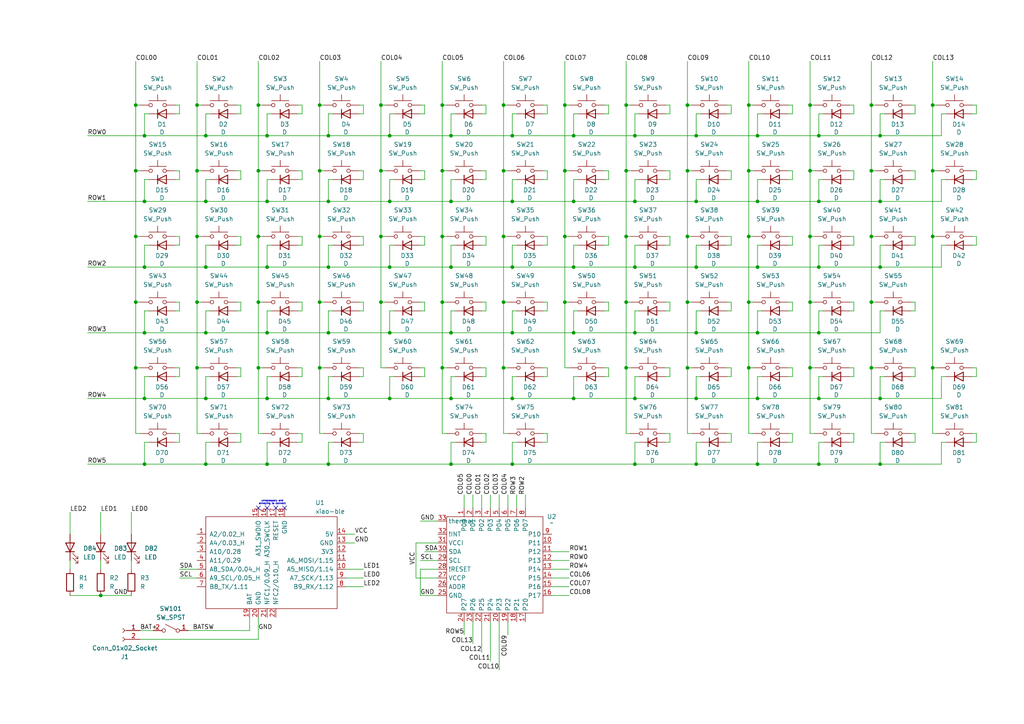
<source format=kicad_sch>
(kicad_sch (version 20231120) (generator "eeschema") (generator_version "8.0")
  (paper "A4")
  (junction (at 270.51 68.58))
  (junction (at 41.91 77.47))
  (junction (at 237.49 96.52))
  (junction (at 184.15 96.52))
  (junction (at 255.27 134.62))
  (junction (at 113.03 96.52))
  (junction (at 217.17 30.48))
  (junction (at 252.73 30.48))
  (junction (at 148.59 96.52))
  (junction (at 113.03 58.42))
  (junction (at 184.15 134.62))
  (junction (at 148.59 39.37))
  (junction (at 41.91 115.57))
  (junction (at 41.91 96.52))
  (junction (at 57.15 106.68))
  (junction (at 166.37 39.37))
  (junction (at 74.93 87.63))
  (junction (at 201.93 96.52))
  (junction (at 95.25 115.57))
  (junction (at 163.83 68.58))
  (junction (at 39.37 49.53))
  (junction (at 201.93 39.37))
  (junction (at 113.03 115.57))
  (junction (at 166.37 77.47))
  (junction (at 95.25 96.52))
  (junction (at 148.59 134.62))
  (junction (at 217.17 106.68))
  (junction (at 166.37 115.57))
  (junction (at 113.03 77.47))
  (junction (at 148.59 77.47))
  (junction (at 146.05 49.53))
  (junction (at 181.61 49.53))
  (junction (at 181.61 106.68))
  (junction (at 77.47 134.62))
  (junction (at 219.71 115.57))
  (junction (at 201.93 58.42))
  (junction (at 234.95 68.58))
  (junction (at 146.05 87.63))
  (junction (at 77.47 115.57))
  (junction (at 39.37 30.48))
  (junction (at 163.83 30.48))
  (junction (at 181.61 87.63))
  (junction (at 199.39 30.48))
  (junction (at 92.71 30.48))
  (junction (at 74.93 49.53))
  (junction (at 255.27 77.47))
  (junction (at 252.73 87.63))
  (junction (at 237.49 77.47))
  (junction (at 219.71 134.62))
  (junction (at 128.27 87.63))
  (junction (at 74.93 106.68))
  (junction (at 74.93 68.58))
  (junction (at 234.95 49.53))
  (junction (at 234.95 106.68))
  (junction (at 110.49 87.63))
  (junction (at 77.47 77.47))
  (junction (at 29.21 172.72))
  (junction (at 252.73 49.53))
  (junction (at 59.69 39.37))
  (junction (at 234.95 30.48))
  (junction (at 199.39 68.58))
  (junction (at 95.25 39.37))
  (junction (at 217.17 49.53))
  (junction (at 130.81 134.62))
  (junction (at 130.81 58.42))
  (junction (at 163.83 87.63))
  (junction (at 181.61 30.48))
  (junction (at 219.71 39.37))
  (junction (at 110.49 49.53))
  (junction (at 146.05 68.58))
  (junction (at 57.15 30.48))
  (junction (at 219.71 96.52))
  (junction (at 237.49 134.62))
  (junction (at 219.71 77.47))
  (junction (at 128.27 49.53))
  (junction (at 110.49 30.48))
  (junction (at 255.27 39.37))
  (junction (at 255.27 58.42))
  (junction (at 201.93 115.57))
  (junction (at 113.03 39.37))
  (junction (at 59.69 134.62))
  (junction (at 234.95 87.63))
  (junction (at 217.17 87.63))
  (junction (at 181.61 68.58))
  (junction (at 41.91 134.62))
  (junction (at 270.51 49.53))
  (junction (at 146.05 30.48))
  (junction (at 270.51 30.48))
  (junction (at 59.69 115.57))
  (junction (at 184.15 77.47))
  (junction (at 92.71 49.53))
  (junction (at 148.59 58.42))
  (junction (at 92.71 68.58))
  (junction (at 57.15 68.58))
  (junction (at 237.49 115.57))
  (junction (at 166.37 96.52))
  (junction (at 92.71 87.63))
  (junction (at 77.47 58.42))
  (junction (at 130.81 96.52))
  (junction (at 252.73 106.68))
  (junction (at 59.69 58.42))
  (junction (at 166.37 58.42))
  (junction (at 128.27 68.58))
  (junction (at 201.93 134.62))
  (junction (at 199.39 49.53))
  (junction (at 39.37 68.58))
  (junction (at 237.49 58.42))
  (junction (at 95.25 58.42))
  (junction (at 39.37 87.63))
  (junction (at 77.47 39.37))
  (junction (at 39.37 106.68))
  (junction (at 130.81 77.47))
  (junction (at 184.15 58.42))
  (junction (at 199.39 106.68))
  (junction (at 57.15 87.63))
  (junction (at 77.47 96.52))
  (junction (at 57.15 49.53))
  (junction (at 128.27 106.68))
  (junction (at 128.27 30.48))
  (junction (at 201.93 77.47))
  (junction (at 130.81 115.57))
  (junction (at 199.39 87.63))
  (junction (at 219.71 58.42))
  (junction (at 148.59 115.57))
  (junction (at 41.91 58.42))
  (junction (at 184.15 39.37))
  (junction (at 95.25 77.47))
  (junction (at 184.15 115.57))
  (junction (at 217.17 68.58))
  (junction (at 130.81 39.37))
  (junction (at 92.71 106.68))
  (junction (at 146.05 106.68))
  (junction (at 252.73 68.58))
  (junction (at 163.83 49.53))
  (junction (at 59.69 77.47))
  (junction (at 237.49 39.37))
  (junction (at 95.25 134.62))
  (junction (at 41.91 39.37))
  (junction (at 110.49 68.58))
  (junction (at 74.93 30.48))
  (junction (at 255.27 115.57))
  (junction (at 59.69 96.52))
  (junction (at 270.51 106.68))
  (no_connect (at 82.55 147.32))
  (no_connect (at 74.93 147.32))
  (no_connect (at 80.01 147.32))
  (no_connect (at 77.47 147.32))
  (wire (pts (xy 92.71 68.58) (xy 92.71 87.63)))
  (wire (pts (xy 265.43 52.07) (xy 264.16 52.07)))
  (wire (pts (xy 163.83 49.53) (xy 165.1 49.53)))
  (wire (pts (xy 217.17 30.48) (xy 217.17 49.53)))
  (wire (pts (xy 201.93 77.47) (xy 201.93 71.12)))
  (wire (pts (xy 105.41 87.63) (xy 105.41 90.17)))
  (wire (pts (xy 148.59 96.52) (xy 166.37 96.52)))
  (wire (pts (xy 176.53 106.68) (xy 176.53 109.22)))
  (wire (pts (xy 193.04 87.63) (xy 194.31 87.63)))
  (wire (pts (xy 25.4 39.37) (xy 41.91 39.37)))
  (wire (pts (xy 163.83 68.58) (xy 163.83 87.63)))
  (wire (pts (xy 104.14 125.73) (xy 105.41 125.73)))
  (wire (pts (xy 146.05 106.68) (xy 147.32 106.68)))
  (wire (pts (xy 69.85 30.48) (xy 69.85 33.02)))
  (wire (pts (xy 130.81 115.57) (xy 130.81 109.22)))
  (wire (pts (xy 87.63 49.53) (xy 87.63 52.07)))
  (wire (pts (xy 57.15 87.63) (xy 58.42 87.63)))
  (wire (pts (xy 123.19 68.58) (xy 123.19 71.12)))
  (wire (pts (xy 69.85 128.27) (xy 68.58 128.27)))
  (wire (pts (xy 228.6 49.53) (xy 229.87 49.53)))
  (wire (pts (xy 77.47 109.22) (xy 77.47 115.57)))
  (wire (pts (xy 87.63 33.02) (xy 86.36 33.02)))
  (wire (pts (xy 146.05 30.48) (xy 146.05 49.53)))
  (wire (pts (xy 50.8 87.63) (xy 52.07 87.63)))
  (wire (pts (xy 57.15 17.78) (xy 57.15 30.48)))
  (wire (pts (xy 246.38 106.68) (xy 247.65 106.68)))
  (wire (pts (xy 139.7 30.48) (xy 140.97 30.48)))
  (wire (pts (xy 194.31 90.17) (xy 193.04 90.17)))
  (wire (pts (xy 201.93 39.37) (xy 201.93 33.02)))
  (wire (pts (xy 25.4 96.52) (xy 41.91 96.52)))
  (wire (pts (xy 146.05 49.53) (xy 146.05 68.58)))
  (wire (pts (xy 123.19 106.68) (xy 123.19 109.22)))
  (wire (pts (xy 193.04 68.58) (xy 194.31 68.58)))
  (wire (pts (xy 176.53 49.53) (xy 176.53 52.07)))
  (wire (pts (xy 39.37 106.68) (xy 39.37 125.73)))
  (wire (pts (xy 52.07 125.73) (xy 52.07 128.27)))
  (wire (pts (xy 144.78 180.34) (xy 144.78 194.31)))
  (wire (pts (xy 237.49 77.47) (xy 237.49 71.12)))
  (wire (pts (xy 252.73 30.48) (xy 254 30.48)))
  (wire (pts (xy 96.52 128.27) (xy 95.25 128.27)))
  (wire (pts (xy 95.25 39.37) (xy 95.25 33.02)))
  (wire (pts (xy 217.17 30.48) (xy 218.44 30.48)))
  (wire (pts (xy 201.93 58.42) (xy 201.93 52.07)))
  (wire (pts (xy 217.17 17.78) (xy 217.17 30.48)))
  (wire (pts (xy 185.42 52.07) (xy 184.15 52.07)))
  (wire (pts (xy 123.19 160.02) (xy 127 160.02)))
  (wire (pts (xy 237.49 128.27) (xy 238.76 128.27)))
  (wire (pts (xy 270.51 30.48) (xy 271.78 30.48)))
  (wire (pts (xy 234.95 49.53) (xy 236.22 49.53)))
  (wire (pts (xy 57.15 87.63) (xy 57.15 106.68)))
  (wire (pts (xy 29.21 148.59) (xy 29.21 154.94)))
  (wire (pts (xy 148.59 115.57) (xy 130.81 115.57)))
  (wire (pts (xy 166.37 52.07) (xy 166.37 58.42)))
  (wire (pts (xy 185.42 33.02) (xy 184.15 33.02)))
  (wire (pts (xy 39.37 49.53) (xy 39.37 68.58)))
  (wire (pts (xy 128.27 30.48) (xy 129.54 30.48)))
  (wire (pts (xy 57.15 49.53) (xy 57.15 68.58)))
  (wire (pts (xy 74.93 87.63) (xy 76.2 87.63)))
  (wire (pts (xy 201.93 71.12) (xy 203.2 71.12)))
  (wire (pts (xy 113.03 39.37) (xy 130.81 39.37)))
  (wire (pts (xy 77.47 96.52) (xy 95.25 96.52)))
  (wire (pts (xy 113.03 109.22) (xy 113.03 115.57)))
  (wire (pts (xy 237.49 39.37) (xy 255.27 39.37)))
  (wire (pts (xy 110.49 87.63) (xy 110.49 106.68)))
  (wire (pts (xy 217.17 68.58) (xy 217.17 87.63)))
  (wire (pts (xy 57.15 68.58) (xy 57.15 87.63)))
  (wire (pts (xy 199.39 49.53) (xy 200.66 49.53)))
  (wire (pts (xy 234.95 87.63) (xy 234.95 106.68)))
  (wire (pts (xy 100.33 170.18) (xy 105.41 170.18)))
  (wire (pts (xy 283.21 71.12) (xy 281.94 71.12)))
  (wire (pts (xy 105.41 128.27) (xy 104.14 128.27)))
  (wire (pts (xy 77.47 33.02) (xy 77.47 39.37)))
  (wire (pts (xy 199.39 106.68) (xy 199.39 125.73)))
  (wire (pts (xy 252.73 49.53) (xy 254 49.53)))
  (wire (pts (xy 139.7 106.68) (xy 140.97 106.68)))
  (wire (pts (xy 140.97 49.53) (xy 140.97 52.07)))
  (wire (pts (xy 59.69 90.17) (xy 59.69 96.52)))
  (wire (pts (xy 77.47 128.27) (xy 77.47 134.62)))
  (wire (pts (xy 130.81 52.07) (xy 132.08 52.07)))
  (wire (pts (xy 74.93 68.58) (xy 74.93 87.63)))
  (wire (pts (xy 128.27 30.48) (xy 128.27 49.53)))
  (wire (pts (xy 175.26 30.48) (xy 176.53 30.48)))
  (wire (pts (xy 110.49 87.63) (xy 111.76 87.63)))
  (wire (pts (xy 160.02 167.64) (xy 165.1 167.64)))
  (wire (pts (xy 265.43 128.27) (xy 264.16 128.27)))
  (wire (pts (xy 127 165.1) (xy 121.92 165.1)))
  (wire (pts (xy 110.49 30.48) (xy 110.49 49.53)))
  (wire (pts (xy 194.31 106.68) (xy 194.31 109.22)))
  (wire (pts (xy 201.93 128.27) (xy 201.93 134.62)))
  (wire (pts (xy 185.42 109.22) (xy 184.15 109.22)))
  (wire (pts (xy 273.05 39.37) (xy 273.05 33.02)))
  (wire (pts (xy 39.37 87.63) (xy 40.64 87.63)))
  (wire (pts (xy 95.25 128.27) (xy 95.25 134.62)))
  (wire (pts (xy 199.39 106.68) (xy 200.66 106.68)))
  (wire (pts (xy 78.74 52.07) (xy 77.47 52.07)))
  (wire (pts (xy 273.05 128.27) (xy 274.32 128.27)))
  (wire (pts (xy 228.6 106.68) (xy 229.87 106.68)))
  (wire (pts (xy 265.43 109.22) (xy 264.16 109.22)))
  (wire (pts (xy 199.39 68.58) (xy 199.39 87.63)))
  (wire (pts (xy 194.31 87.63) (xy 194.31 90.17)))
  (wire (pts (xy 229.87 71.12) (xy 228.6 71.12)))
  (wire (pts (xy 252.73 68.58) (xy 252.73 87.63)))
  (wire (pts (xy 52.07 71.12) (xy 50.8 71.12)))
  (wire (pts (xy 255.27 71.12) (xy 255.27 77.47)))
  (wire (pts (xy 60.96 33.02) (xy 59.69 33.02)))
  (wire (pts (xy 199.39 30.48) (xy 199.39 49.53)))
  (wire (pts (xy 176.53 90.17) (xy 175.26 90.17)))
  (wire (pts (xy 95.25 71.12) (xy 96.52 71.12)))
  (wire (pts (xy 157.48 87.63) (xy 158.75 87.63)))
  (wire (pts (xy 130.81 39.37) (xy 130.81 33.02)))
  (wire (pts (xy 58.42 125.73) (xy 57.15 125.73)))
  (wire (pts (xy 176.53 68.58) (xy 176.53 71.12)))
  (wire (pts (xy 87.63 128.27) (xy 86.36 128.27)))
  (wire (pts (xy 95.25 96.52) (xy 113.03 96.52)))
  (wire (pts (xy 229.87 128.27) (xy 228.6 128.27)))
  (wire (pts (xy 265.43 87.63) (xy 265.43 90.17)))
  (wire (pts (xy 127 157.48) (xy 120.65 157.48)))
  (wire (pts (xy 128.27 87.63) (xy 128.27 106.68)))
  (wire (pts (xy 50.8 106.68) (xy 52.07 106.68)))
  (wire (pts (xy 87.63 71.12) (xy 86.36 71.12)))
  (wire (pts (xy 142.24 180.34) (xy 142.24 191.77)))
  (wire (pts (xy 217.17 106.68) (xy 218.44 106.68)))
  (wire (pts (xy 95.25 33.02) (xy 96.52 33.02)))
  (wire (pts (xy 132.08 128.27) (xy 130.81 128.27)))
  (wire (pts (xy 134.62 180.34) (xy 134.62 184.15)))
  (wire (pts (xy 139.7 87.63) (xy 140.97 87.63)))
  (wire (pts (xy 247.65 106.68) (xy 247.65 109.22)))
  (wire (pts (xy 146.05 106.68) (xy 146.05 125.73)))
  (wire (pts (xy 219.71 115.57) (xy 201.93 115.57)))
  (wire (pts (xy 160.02 162.56) (xy 165.1 162.56)))
  (wire (pts (xy 237.49 90.17) (xy 238.76 90.17)))
  (wire (pts (xy 281.94 49.53) (xy 283.21 49.53)))
  (wire (pts (xy 41.91 90.17) (xy 41.91 96.52)))
  (wire (pts (xy 120.65 157.48) (xy 120.65 167.64)))
  (wire (pts (xy 246.38 30.48) (xy 247.65 30.48)))
  (wire (pts (xy 252.73 17.78) (xy 252.73 30.48)))
  (wire (pts (xy 166.37 109.22) (xy 166.37 115.57)))
  (wire (pts (xy 114.3 109.22) (xy 113.03 109.22)))
  (wire (pts (xy 140.97 106.68) (xy 140.97 109.22)))
  (wire (pts (xy 166.37 71.12) (xy 166.37 77.47)))
  (wire (pts (xy 59.69 96.52) (xy 77.47 96.52)))
  (wire (pts (xy 128.27 106.68) (xy 128.27 125.73)))
  (wire (pts (xy 110.49 17.78) (xy 110.49 30.48)))
  (wire (pts (xy 273.05 58.42) (xy 255.27 58.42)))
  (wire (pts (xy 212.09 33.02) (xy 210.82 33.02)))
  (wire (pts (xy 100.33 165.1) (xy 105.41 165.1)))
  (wire (pts (xy 69.85 90.17) (xy 68.58 90.17)))
  (wire (pts (xy 246.38 125.73) (xy 247.65 125.73)))
  (wire (pts (xy 104.14 87.63) (xy 105.41 87.63)))
  (wire (pts (xy 69.85 109.22) (xy 68.58 109.22)))
  (wire (pts (xy 229.87 33.02) (xy 228.6 33.02)))
  (wire (pts (xy 105.41 30.48) (xy 105.41 33.02)))
  (wire (pts (xy 237.49 115.57) (xy 237.49 109.22)))
  (wire (pts (xy 148.59 52.07) (xy 148.59 58.42)))
  (wire (pts (xy 158.75 128.27) (xy 157.48 128.27)))
  (wire (pts (xy 69.85 33.02) (xy 68.58 33.02)))
  (wire (pts (xy 160.02 170.18) (xy 165.1 170.18)))
  (wire (pts (xy 176.53 52.07) (xy 175.26 52.07)))
  (wire (pts (xy 247.65 90.17) (xy 246.38 90.17)))
  (wire (pts (xy 212.09 49.53) (xy 212.09 52.07)))
  (wire (pts (xy 254 125.73) (xy 252.73 125.73)))
  (wire (pts (xy 283.21 106.68) (xy 283.21 109.22)))
  (wire (pts (xy 255.27 90.17) (xy 255.27 96.52)))
  (wire (pts (xy 194.31 33.02) (xy 193.04 33.02)))
  (wire (pts (xy 57.15 106.68) (xy 58.42 106.68)))
  (wire (pts (xy 270.51 17.78) (xy 270.51 30.48)))
  (wire (pts (xy 201.93 115.57) (xy 184.15 115.57)))
  (wire (pts (xy 92.71 30.48) (xy 92.71 49.53)))
  (wire (pts (xy 158.75 49.53) (xy 158.75 52.07)))
  (wire (pts (xy 57.15 30.48) (xy 58.42 30.48)))
  (wire (pts (xy 181.61 87.63) (xy 182.88 87.63)))
  (wire (pts (xy 184.15 71.12) (xy 184.15 77.47)))
  (wire (pts (xy 265.43 71.12) (xy 264.16 71.12)))
  (wire (pts (xy 130.81 58.42) (xy 113.03 58.42)))
  (wire (pts (xy 121.92 49.53) (xy 123.19 49.53)))
  (wire (pts (xy 123.19 87.63) (xy 123.19 90.17)))
  (wire (pts (xy 140.97 90.17) (xy 139.7 90.17)))
  (wire (pts (xy 201.93 52.07) (xy 203.2 52.07)))
  (wire (pts (xy 274.32 52.07) (xy 273.05 52.07)))
  (wire (pts (xy 176.53 109.22) (xy 175.26 109.22)))
  (wire (pts (xy 41.91 58.42) (xy 25.4 58.42)))
  (wire (pts (xy 175.26 49.53) (xy 176.53 49.53)))
  (wire (pts (xy 39.37 87.63) (xy 39.37 106.68)))
  (wire (pts (xy 158.75 106.68) (xy 158.75 109.22)))
  (wire (pts (xy 39.37 68.58) (xy 39.37 87.63)))
  (wire (pts (xy 130.81 96.52) (xy 130.81 90.17)))
  (wire (pts (xy 110.49 49.53) (xy 111.76 49.53)))
  (wire (pts (xy 140.97 109.22) (xy 139.7 109.22)))
  (wire (pts (xy 123.19 109.22) (xy 121.92 109.22)))
  (wire (pts (xy 123.19 71.12) (xy 121.92 71.12)))
  (wire (pts (xy 43.18 71.12) (xy 41.91 71.12)))
  (wire (pts (xy 163.83 30.48) (xy 165.1 30.48)))
  (wire (pts (xy 281.94 30.48) (xy 283.21 30.48)))
  (wire (pts (xy 147.32 180.34) (xy 147.32 184.15)))
  (wire (pts (xy 78.74 71.12) (xy 77.47 71.12)))
  (wire (pts (xy 271.78 125.73) (xy 270.51 125.73)))
  (wire (pts (xy 210.82 30.48) (xy 212.09 30.48)))
  (wire (pts (xy 255.27 128.27) (xy 255.27 134.62)))
  (wire (pts (xy 41.91 128.27) (xy 41.91 134.62)))
  (wire (pts (xy 203.2 128.27) (xy 201.93 128.27)))
  (wire (pts (xy 252.73 87.63) (xy 254 87.63)))
  (wire (pts (xy 130.81 128.27) (xy 130.81 134.62)))
  (wire (pts (xy 148.59 39.37) (xy 166.37 39.37)))
  (wire (pts (xy 212.09 90.17) (xy 210.82 90.17)))
  (wire (pts (xy 140.97 128.27) (xy 139.7 128.27)))
  (wire (pts (xy 201.93 96.52) (xy 201.93 90.17)))
  (wire (pts (xy 130.81 39.37) (xy 148.59 39.37)))
  (wire (pts (xy 217.17 68.58) (xy 218.44 68.58)))
  (wire (pts (xy 217.17 49.53) (xy 217.17 68.58)))
  (wire (pts (xy 256.54 109.22) (xy 255.27 109.22)))
  (wire (pts (xy 176.53 33.02) (xy 175.26 33.02)))
  (wire (pts (xy 43.18 128.27) (xy 41.91 128.27)))
  (wire (pts (xy 193.04 125.73) (xy 194.31 125.73)))
  (wire (pts (xy 247.65 49.53) (xy 247.65 52.07)))
  (wire (pts (xy 148.59 128.27) (xy 149.86 128.27)))
  (wire (pts (xy 181.61 106.68) (xy 181.61 125.73)))
  (wire (pts (xy 281.94 68.58) (xy 283.21 68.58)))
  (wire (pts (xy 219.71 96.52) (xy 237.49 96.52)))
  (wire (pts (xy 167.64 71.12) (xy 166.37 71.12)))
  (wire (pts (xy 160.02 165.1) (xy 165.1 165.1)))
  (wire (pts (xy 114.3 52.07) (xy 113.03 52.07)))
  (wire (pts (xy 237.49 115.57) (xy 219.71 115.57)))
  (wire (pts (xy 181.61 87.63) (xy 181.61 106.68)))
  (wire (pts (xy 39.37 49.53) (xy 40.64 49.53)))
  (wire (pts (xy 95.25 77.47) (xy 113.03 77.47)))
  (wire (pts (xy 255.27 39.37) (xy 273.05 39.37)))
  (wire (pts (xy 140.97 52.07) (xy 139.7 52.07)))
  (wire (pts (xy 157.48 49.53) (xy 158.75 49.53)))
  (wire (pts (xy 128.27 106.68) (xy 129.54 106.68)))
  (wire (pts (xy 139.7 143.51) (xy 139.7 147.32)))
  (wire (pts (xy 105.41 71.12) (xy 104.14 71.12)))
  (wire (pts (xy 95.25 52.07) (xy 96.52 52.07)))
  (wire (pts (xy 57.15 68.58) (xy 58.42 68.58)))
  (wire (pts (xy 77.47 115.57) (xy 59.69 115.57)))
  (wire (pts (xy 228.6 30.48) (xy 229.87 30.48)))
  (wire (pts (xy 265.43 106.68) (xy 265.43 109.22)))
  (wire (pts (xy 41.91 33.02) (xy 41.91 39.37)))
  (wire (pts (xy 52.07 30.48) (xy 52.07 33.02)))
  (wire (pts (xy 199.39 49.53) (xy 199.39 68.58)))
  (wire (pts (xy 176.53 30.48) (xy 176.53 33.02)))
  (wire (pts (xy 92.71 17.78) (xy 92.71 30.48)))
  (wire (pts (xy 236.22 125.73) (xy 234.95 125.73)))
  (wire (pts (xy 74.93 30.48) (xy 74.93 49.53)))
  (wire (pts (xy 256.54 33.02) (xy 255.27 33.02)))
  (wire (pts (xy 283.21 30.48) (xy 283.21 33.02)))
  (wire (pts (xy 104.14 49.53) (xy 105.41 49.53)))
  (wire (pts (xy 184.15 128.27) (xy 184.15 134.62)))
  (wire (pts (xy 41.91 71.12) (xy 41.91 77.47)))
  (wire (pts (xy 52.07 68.58) (xy 52.07 71.12)))
  (wire (pts (xy 175.26 106.68) (xy 176.53 106.68)))
  (wire (pts (xy 229.87 52.07) (xy 228.6 52.07)))
  (wire (pts (xy 229.87 125.73) (xy 229.87 128.27)))
  (wire (pts (xy 52.07 33.02) (xy 50.8 33.02)))
  (wire (pts (xy 146.05 87.63) (xy 147.32 87.63)))
  (wire (pts (xy 140.97 71.12) (xy 139.7 71.12)))
  (wire (pts (xy 100.33 157.48) (xy 102.87 157.48)))
  (wire (pts (xy 93.98 125.73) (xy 92.71 125.73)))
  (wire (pts (xy 114.3 33.02) (xy 113.03 33.02)))
  (wire (pts (xy 146.05 87.63) (xy 146.05 106.68)))
  (wire (pts (xy 50.8 30.48) (xy 52.07 30.48)))
  (wire (pts (xy 29.21 172.72) (xy 38.1 172.72)))
  (wire (pts (xy 86.36 125.73) (xy 87.63 125.73)))
  (wire (pts (xy 86.36 68.58) (xy 87.63 68.58)))
  (wire (pts (xy 184.15 134.62) (xy 148.59 134.62)))
  (wire (pts (xy 220.98 71.12) (xy 219.71 71.12)))
  (wire (pts (xy 92.71 106.68) (xy 93.98 106.68)))
  (wire (pts (xy 219.71 128.27) (xy 219.71 134.62)))
  (wire (pts (xy 68.58 68.58) (xy 69.85 68.58)))
  (wire (pts (xy 100.33 167.64) (xy 105.41 167.64)))
  (wire (pts (xy 265.43 125.73) (xy 265.43 128.27)))
  (wire (pts (xy 148.59 134.62) (xy 148.59 128.27)))
  (wire (pts (xy 74.93 87.63) (xy 74.93 106.68)))
  (wire (pts (xy 247.65 71.12) (xy 246.38 71.12)))
  (wire (pts (xy 184.15 109.22) (xy 184.15 115.57)))
  (wire (pts (xy 41.91 77.47) (xy 59.69 77.47)))
  (wire (pts (xy 147.32 143.51) (xy 147.32 147.32)))
  (wire (pts (xy 77.47 134.62) (xy 59.69 134.62)))
  (wire (pts (xy 181.61 49.53) (xy 181.61 68.58)))
  (wire (pts (xy 273.05 134.62) (xy 255.27 134.62)))
  (wire (pts (xy 139.7 49.53) (xy 140.97 49.53)))
  (wire (pts (xy 60.96 109.22) (xy 59.69 109.22)))
  (wire (pts (xy 140.97 125.73) (xy 140.97 128.27)))
  (wire (pts (xy 283.21 109.22) (xy 281.94 109.22)))
  (wire (pts (xy 95.25 115.57) (xy 77.47 115.57)))
  (wire (pts (xy 265.43 90.17) (xy 264.16 90.17)))
  (wire (pts (xy 113.03 115.57) (xy 95.25 115.57)))
  (wire (pts (xy 76.2 125.73) (xy 74.93 125.73)))
  (wire (pts (xy 105.41 109.22) (xy 104.14 109.22)))
  (wire (pts (xy 149.86 109.22) (xy 148.59 109.22)))
  (wire (pts (xy 68.58 30.48) (xy 69.85 30.48)))
  (wire (pts (xy 247.65 52.07) (xy 246.38 52.07)))
  (wire (pts (xy 78.74 109.22) (xy 77.47 109.22)))
  (wire (pts (xy 234.95 106.68) (xy 234.95 125.73)))
  (wire (pts (xy 50.8 125.73) (xy 52.07 125.73)))
  (wire (pts (xy 128.27 49.53) (xy 128.27 68.58)))
  (wire (pts (xy 128.27 68.58) (xy 128.27 87.63)))
  (wire (pts (xy 270.51 49.53) (xy 271.78 49.53)))
  (wire (pts (xy 185.42 71.12) (xy 184.15 71.12)))
  (wire (pts (xy 149.86 90.17) (xy 148.59 90.17)))
  (wire (pts (xy 167.64 109.22) (xy 166.37 109.22)))
  (wire (pts (xy 86.36 106.68) (xy 87.63 106.68)))
  (wire (pts (xy 163.83 17.78) (xy 163.83 30.48)))
  (wire (pts (xy 43.18 109.22) (xy 41.91 109.22)))
  (wire (pts (xy 43.18 90.17) (xy 41.91 90.17)))
  (wire (pts (xy 87.63 90.17) (xy 86.36 90.17)))
  (wire (pts (xy 237.49 134.62) (xy 219.71 134.62)))
  (wire (pts (xy 255.27 77.47) (xy 273.05 77.47)))
  (wire (pts (xy 184.15 115.57) (xy 166.37 115.57)))
  (wire (pts (xy 130.81 58.42) (xy 130.81 52.07)))
  (wire (pts (xy 110.49 68.58) (xy 111.76 68.58)))
  (wire (pts (xy 52.07 87.63) (xy 52.07 90.17)))
  (wire (pts (xy 219.71 71.12) (xy 219.71 77.47)))
  (wire (pts (xy 113.03 96.52) (xy 130.81 96.52)))
  (wire (pts (xy 72.39 182.88) (xy 72.39 179.07)))
  (wire (pts (xy 237.49 134.62) (xy 237.49 128.27)))
  (wire (pts (xy 158.75 125.73) (xy 158.75 128.27)))
  (wire (pts (xy 273.05 134.62) (xy 273.05 128.27)))
  (wire (pts (xy 273.05 109.22) (xy 273.05 115.57)))
  (wire (pts (xy 29.21 162.56) (xy 29.21 165.1)))
  (wire (pts (xy 212.09 87.63) (xy 212.09 90.17)))
  (wire (pts (xy 152.4 143.51) (xy 152.4 147.32)))
  (wire (pts (xy 146.05 49.53) (xy 147.32 49.53)))
  (wire (pts (xy 140.97 68.58) (xy 140.97 71.12)))
  (wire (pts (xy 163.83 87.63) (xy 165.1 87.63)))
  (wire (pts (xy 69.85 106.68) (xy 69.85 109.22)))
  (wire (pts (xy 283.21 49.53) (xy 283.21 52.07)))
  (wire (pts (xy 130.81 77.47) (xy 148.59 77.47)))
  (wire (pts (xy 199.39 30.48) (xy 200.66 30.48)))
  (wire (pts (xy 52.07 52.07) (xy 50.8 52.07)))
  (wire (pts (xy 234.95 49.53) (xy 234.95 68.58)))
  (wire (pts (xy 52.07 165.1) (xy 57.15 165.1)))
  (wire (pts (xy 184.15 58.42) (xy 166.37 58.42)))
  (wire (pts (xy 59.69 58.42) (xy 41.91 58.42)))
  (wire (pts (xy 54.61 182.88) (xy 72.39 182.88)))
  (wire (pts (xy 212.09 52.07) (xy 210.82 52.07)))
  (wire (pts (xy 149.86 33.02) (xy 148.59 33.02)))
  (wire (pts (xy 237.49 96.52) (xy 255.27 96.52)))
  (wire (pts (xy 25.4 77.47) (xy 41.91 77.47)))
  (wire (pts (xy 229.87 68.58) (xy 229.87 71.12)))
  (wire (pts (xy 283.21 128.27) (xy 281.94 128.27)))
  (wire (pts (xy 256.54 128.27) (xy 255.27 128.27)))
  (wire (pts (xy 237.49 58.42) (xy 237.49 52.07)))
  (wire (pts (xy 92.71 87.63) (xy 92.71 106.68)))
  (wire (pts (xy 270.51 68.58) (xy 271.78 68.58)))
  (wire (pts (xy 256.54 52.07) (xy 255.27 52.07)))
  (wire (pts (xy 74.93 49.53) (xy 76.2 49.53)))
  (wire (pts (xy 167.64 52.07) (xy 166.37 52.07)))
  (wire (pts (xy 219.71 33.02) (xy 219.71 39.37)))
  (wire (pts (xy 219.71 39.37) (xy 237.49 39.37)))
  (wire (pts (xy 74.93 106.68) (xy 76.2 106.68)))
  (wire (pts (xy 146.05 17.78) (xy 146.05 30.48)))
  (wire (pts (xy 237.49 96.52) (xy 237.49 90.17)))
  (wire (pts (xy 219.71 109.22) (xy 219.71 115.57)))
  (wire (pts (xy 77.47 90.17) (xy 77.47 96.52)))
  (wire (pts (xy 95.25 77.47) (xy 95.25 71.12)))
  (wire (pts (xy 148.59 33.02) (xy 148.59 39.37)))
  (wire (pts (xy 270.51 49.53) (xy 270.51 68.58)))
  (wire (pts (xy 166.37 115.57) (xy 148.59 115.57)))
  (wire (pts (xy 39.37 17.78) (xy 39.37 30.48)))
  (wire (pts (xy 130.81 115.57) (xy 113.03 115.57)))
  (wire (pts (xy 130.81 109.22) (xy 132.08 109.22)))
  (wire (pts (xy 184.15 77.47) (xy 201.93 77.47)))
  (wire (pts (xy 105.41 49.53) (xy 105.41 52.07)))
  (wire (pts (xy 252.73 30.48) (xy 252.73 49.53)))
  (wire (pts (xy 57.15 49.53) (xy 58.42 49.53)))
  (wire (pts (xy 113.03 33.02) (xy 113.03 39.37)))
  (wire (pts (xy 137.16 143.51) (xy 137.16 147.32)))
  (wire (pts (xy 20.32 172.72) (xy 29.21 172.72)))
  (wire (pts (xy 87.63 87.63) (xy 87.63 90.17)))
  (wire (pts (xy 265.43 49.53) (xy 265.43 52.07)))
  (wire (pts (xy 255.27 58.42) (xy 237.49 58.42)))
  (wire (pts (xy 105.41 33.02) (xy 104.14 33.02)))
  (wire (pts (xy 105.41 125.73) (xy 105.41 128.27)))
  (wire (pts (xy 43.18 52.07) (xy 41.91 52.07)))
  (wire (pts (xy 229.87 87.63) (xy 229.87 90.17)))
  (wire (pts (xy 121.92 165.1) (xy 121.92 172.72)))
  (wire (pts (xy 283.21 125.73) (xy 283.21 128.27)))
  (wire (pts (xy 193.04 30.48) (xy 194.31 30.48)))
  (wire (pts (xy 184.15 96.52) (xy 201.93 96.52)))
  (wire (pts (xy 256.54 71.12) (xy 255.27 71.12)))
  (wire (pts (xy 77.47 77.47) (xy 95.25 77.47)))
  (wire (pts (xy 87.63 106.68) (xy 87.63 109.22)))
  (wire (pts (xy 52.07 49.53) (xy 52.07 52.07)))
  (wire (pts (xy 130.81 96.52) (xy 148.59 96.52)))
  (wire (pts (xy 220.98 52.07) (xy 219.71 52.07)))
  (wire (pts (xy 121.92 87.63) (xy 123.19 87.63)))
  (wire (pts (xy 86.36 30.48) (xy 87.63 30.48)))
  (wire (pts (xy 95.25 58.42) (xy 95.25 52.07)))
  (wire (pts (xy 52.07 90.17) (xy 50.8 90.17)))
  (wire (pts (xy 210.82 49.53) (xy 212.09 49.53)))
  (wire (pts (xy 43.18 33.02) (xy 41.91 33.02)))
  (wire (pts (xy 52.07 167.64) (xy 57.15 167.64)))
  (wire (pts (xy 158.75 71.12) (xy 157.48 71.12)))
  (wire (pts (xy 92.71 106.68) (xy 92.71 125.73)))
  (wire (pts (xy 95.25 109.22) (xy 96.52 109.22)))
  (wire (pts (xy 158.75 52.07) (xy 157.48 52.07)))
  (wire (pts (xy 104.14 68.58) (xy 105.41 68.58)))
  (wire (pts (xy 201.93 33.02) (xy 203.2 33.02)))
  (wire (pts (xy 95.25 115.57) (xy 95.25 109.22)))
  (wire (pts (xy 229.87 30.48) (xy 229.87 33.02)))
  (wire (pts (xy 78.74 33.02) (xy 77.47 33.02)))
  (wire (pts (xy 59.69 134.62) (xy 41.91 134.62)))
  (wire (pts (xy 229.87 109.22) (xy 228.6 109.22)))
  (wire (pts (xy 274.32 109.22) (xy 273.05 109.22)))
  (wire (pts (xy 113.03 90.17) (xy 113.03 96.52)))
  (wire (pts (xy 217.17 106.68) (xy 217.17 125.73)))
  (wire (pts (xy 110.49 49.53) (xy 110.49 68.58)))
  (wire (pts (xy 128.27 87.63) (xy 129.54 87.63)))
  (wire (pts (xy 68.58 125.73) (xy 69.85 125.73)))
  (wire (pts (xy 247.65 33.02) (xy 246.38 33.02)))
  (wire (pts (xy 219.71 58.42) (xy 201.93 58.42)))
  (wire (pts (xy 199.39 87.63) (xy 200.66 87.63)))
  (wire (pts (xy 255.27 33.02) (xy 255.27 39.37)))
  (wire (pts (xy 199.39 17.78) (xy 199.39 30.48)))
  (wire (pts (xy 69.85 87.63) (xy 69.85 90.17)))
  (wire (pts (xy 130.81 77.47) (xy 130.81 71.12)))
  (wire (pts (xy 148.59 90.17) (xy 148.59 96.52)))
  (wire (pts (xy 128.27 49.53) (xy 129.54 49.53)))
  (wire (pts (xy 158.75 33.02) (xy 157.48 33.02)))
  (wire (pts (xy 123.19 52.07) (xy 121.92 52.07)))
  (wire (pts (xy 234.95 68.58) (xy 234.95 87.63)))
  (wire (pts (xy 68.58 87.63) (xy 69.85 87.63)))
  (wire (pts (xy 201.93 58.42) (xy 184.15 58.42)))
  (wire (pts (xy 228.6 87.63) (xy 229.87 87.63)))
  (wire (pts (xy 157.48 30.48) (xy 158.75 30.48)))
  (wire (pts (xy 160.02 172.72) (xy 165.1 172.72)))
  (wire (pts (xy 166.37 39.37) (xy 166.37 33.02)))
  (wire (pts (xy 146.05 68.58) (xy 146.05 87.63)))
  (wire (pts (xy 181.61 30.48) (xy 182.88 30.48)))
  (wire (pts (xy 147.32 125.73) (xy 146.05 125.73)))
  (wire (pts (xy 217.17 87.63) (xy 218.44 87.63)))
  (wire (pts (xy 59.69 33.02) (xy 59.69 39.37)))
  (wire (pts (xy 105.41 90.17) (xy 104.14 90.17)))
  (wire (pts (xy 95.25 58.42) (xy 77.47 58.42)))
  (wire (pts (xy 148.59 134.62) (xy 130.81 134.62)))
  (wire (pts (xy 41.91 39.37) (xy 59.69 39.37)))
  (wire (pts (xy 283.21 68.58) (xy 283.21 71.12)))
  (wire (pts (xy 68.58 106.68) (xy 69.85 106.68)))
  (wire (pts (xy 237.49 77.47) (xy 255.27 77.47)))
  (wire (pts (xy 255.27 52.07) (xy 255.27 58.42)))
  (wire (pts (xy 201.93 90.17) (xy 203.2 90.17)))
  (wire (pts (xy 218.44 125.73) (xy 217.17 125.73)))
  (wire (pts (xy 199.39 87.63) (xy 199.39 106.68)))
  (wire (pts (xy 74.93 179.07) (xy 74.93 185.42)))
  (wire (pts (xy 166.37 33.02) (xy 167.64 33.02)))
  (wire (pts (xy 219.71 134.62) (xy 201.93 134.62)))
  (wire (pts (xy 273.05 71.12) (xy 273.05 77.47)))
  (wire (pts (xy 252.73 68.58) (xy 254 68.58)))
  (wire (pts (xy 283.21 52.07) (xy 281.94 52.07)))
  (wire (pts (xy 166.37 96.52) (xy 184.15 96.52)))
  (wire (pts (xy 69.85 125.73) (xy 69.85 128.27)))
  (wire (pts (xy 52.07 106.68) (xy 52.07 109.22)))
  (wire (pts (xy 194.31 52.07) (xy 193.04 52.07)))
  (wire (pts (xy 39.37 106.68) (xy 40.64 106.68)))
  (wire (pts (xy 176.53 87.63) (xy 176.53 90.17)))
  (wire (pts (xy 166.37 90.17) (xy 166.37 96.52)))
  (wire (pts (xy 146.05 68.58) (xy 147.32 68.58)))
  (wire (pts (xy 146.05 30.48) (xy 147.32 30.48)))
  (wire (pts (xy 142.24 143.51) (xy 142.24 147.32)))
  (wire (pts (xy 247.65 125.73) (xy 247.65 128.27)))
  (wire (pts (xy 121.92 68.58) (xy 123.19 68.58)))
  (wire (pts (xy 185.42 90.17) (xy 184.15 90.17)))
  (wire (pts (xy 149.86 71.12) (xy 148.59 71.12)))
  (wire (pts (xy 176.53 71.12) (xy 175.26 71.12)))
  (wire (pts (xy 247.65 30.48) (xy 247.65 33.02)))
  (wire (pts (xy 40.64 125.73) (xy 39.37 125.73)))
  (wire (pts (xy 158.75 68.58) (xy 158.75 71.12)))
  (wire (pts (xy 69.85 71.12) (xy 68.58 71.12)))
  (wire (pts (xy 220.98 109.22) (xy 219.71 109.22)))
  (wire (pts (xy 59.69 115.57) (xy 41.91 115.57)))
  (wire (pts (xy 237.49 109.22) (xy 238.76 109.22)))
  (wire (pts (xy 182.88 125.73) (xy 181.61 125.73)))
  (wire (pts (xy 175.26 68.58) (xy 176.53 68.58)))
  (wire (pts (xy 166.37 39.37) (xy 184.15 39.37)))
  (wire (pts (xy 78.74 128.27) (xy 77.47 128.27)))
  (wire (pts (xy 59.69 52.07) (xy 59.69 58.42)))
  (wire (pts (xy 194.31 125.73) (xy 194.31 128.27)))
  (wire (pts (xy 158.75 90.17) (xy 157.48 90.17)))
  (wire (pts (xy 220.98 128.27) (xy 219.71 128.27)))
  (wire (pts (xy 104.14 30.48) (xy 105.41 30.48)))
  (wire (pts (xy 87.63 125.73) (xy 87.63 128.27)))
  (wire (pts (xy 69.85 68.58) (xy 69.85 71.12)))
  (wire (pts (xy 255.27 109.22) (xy 255.27 115.57)))
  (wire (pts (xy 148.59 109.22) (xy 148.59 115.57)))
  (wire (pts (xy 163.83 87.63) (xy 163.83 106.68)))
  (wire (pts (xy 212.09 68.58) (xy 212.09 71.12)))
  (wire (pts (xy 114.3 90.17) (xy 113.03 90.17)))
  (wire (pts (xy 234.95 30.48) (xy 236.22 30.48)))
  (wire (pts (xy 185.42 128.27) (xy 184.15 128.27)))
  (wire (pts (xy 121.92 172.72) (xy 127 172.72)))
  (wire (pts (xy 137.16 180.34) (xy 137.16 186.69)))
  (wire (pts (xy 163.83 106.68) (xy 165.1 106.68)))
  (wire (pts (xy 247.65 128.27) (xy 246.38 128.27)))
  (wire (pts (xy 129.54 125.73) (xy 128.27 125.73)))
  (wire (pts (xy 41.91 109.22) (xy 41.91 115.57)))
  (wire (pts (xy 149.86 52.07) (xy 148.59 52.07)))
  (wire (pts (xy 158.75 87.63) (xy 158.75 90.17)))
  (wire (pts (xy 270.51 30.48) (xy 270.51 49.53)))
  (wire (pts (xy 184.15 39.37) (xy 201.93 39.37)))
  (wire (pts (xy 228.6 68.58) (xy 229.87 68.58)))
  (wire (pts (xy 167.64 90.17) (xy 166.37 90.17)))
  (wire (pts (xy 201.93 134.62) (xy 184.15 134.62)))
  (wire (pts (xy 194.31 71.12) (xy 193.04 71.12)))
  (wire (pts (xy 52.07 109.22) (xy 50.8 109.22)))
  (wire (pts (xy 201.93 109.22) (xy 203.2 109.22)))
  (wire (pts (xy 166.37 58.42) (xy 148.59 58.42)))
  (wire (pts (xy 234.95 68.58) (xy 236.22 68.58)))
  (wire (pts (xy 237.49 52.07) (xy 238.76 52.07)))
  (wire (pts (xy 246.38 49.53) (xy 247.65 49.53)))
  (wire (pts (xy 74.93 49.53) (xy 74.93 68.58)))
  (wire (pts (xy 69.85 49.53) (xy 69.85 52.07)))
  (wire (pts (xy 140.97 87.63) (xy 140.97 90.17)))
  (wire (pts (xy 59.69 109.22) (xy 59.69 115.57)))
  (wire (pts (xy 121.92 151.13) (xy 127 151.13)))
  (wire (pts (xy 74.93 68.58) (xy 76.2 68.58)))
  (wire (pts (xy 270.51 106.68) (xy 270.51 125.73)))
  (wire (pts (xy 114.3 71.12) (xy 113.03 71.12)))
  (wire (pts (xy 255.27 134.62) (xy 237.49 134.62)))
  (wire (pts (xy 130.81 33.02) (xy 132.08 33.02)))
  (wire (pts (xy 74.93 30.48) (xy 76.2 30.48)))
  (wire (pts (xy 219.71 90.17) (xy 219.71 96.52)))
  (wire (pts (xy 59.69 39.37) (xy 77.47 39.37)))
  (wire (pts (xy 39.37 68.58) (xy 40.64 68.58)))
  (wire (pts (xy 59.69 71.12) (xy 59.69 77.47)))
  (wire (pts (xy 163.83 30.48) (xy 163.83 49.53)))
  (wire (pts (xy 181.61 17.78) (xy 181.61 30.48)))
  (wire (pts (xy 92.71 30.48) (xy 93.98 30.48)))
  (wire (pts (xy 41.91 115.57) (xy 25.4 115.57)))
  (wire (pts (xy 237.49 33.02) (xy 238.76 33.02)))
  (wire (pts (xy 237.49 58.42) (xy 219.71 58.42)))
  (wire (pts (xy 149.86 143.51) (xy 149.86 147.32)))
  (wire (pts (xy 123.19 90.17) (xy 121.92 90.17)))
  (wire (pts (xy 219.71 77.47) (xy 237.49 77.47)))
  (wire (pts (xy 121.92 162.56) (xy 127 162.56)))
  (wire (pts (xy 229.87 90.17) (xy 228.6 90.17)))
  (wire (pts (xy 86.36 49.53) (xy 87.63 49.53)))
  (wire (pts (xy 270.51 68.58) (xy 270.51 106.68)))
  (wire (pts (xy 201.93 39.37) (xy 219.71 39.37)))
  (wire (pts (xy 87.63 109.22) (xy 86.36 109.22)))
  (wire (pts (xy 212.09 128.27) (xy 210.82 128.27)))
  (wire (pts (xy 41.91 96.52) (xy 59.69 96.52)))
  (wire (pts (xy 92.71 68.58) (xy 93.98 68.58)))
  (wire (pts (xy 92.71 49.53) (xy 93.98 49.53)))
  (wire (pts (xy 229.87 106.68) (xy 229.87 109.22)))
  (wire (pts (xy 184.15 33.02) (xy 184.15 39.37)))
  (wire (pts (xy 265.43 30.48) (xy 265.43 33.02)))
  (wire (pts (xy 274.32 71.12) (xy 273.05 71.12)))
  (wire (pts (xy 148.59 77.47) (xy 166.37 77.47)))
  (wire (pts (xy 100.33 154.94) (xy 102.87 154.94)))
  (wire (pts (xy 158.75 109.22) (xy 157.48 109.22)))
  (wire (pts (xy 92.71 49.53) (xy 92.71 68.58)))
  (wire (pts (xy 140.97 30.48) (xy 140.97 33.02)))
  (wire (pts (xy 181.61 106.68) (xy 182.88 106.68)))
  (wire (pts (xy 217.17 87.63) (xy 217.17 106.68)))
  (wire (pts (xy 105.41 52.07) (xy 104.14 52.07)))
  (wire (pts (xy 86.36 87.63) (xy 87.63 87.63)))
  (wire (pts (xy 220.98 33.02) (xy 219.71 33.02)))
  (wire (pts (xy 41.91 52.07) (xy 41.91 58.42)))
  (wire (pts (xy 113.03 71.12) (xy 113.03 77.47)))
  (wire (pts (xy 265.43 68.58) (xy 265.43 71.12)))
  (wire (pts (xy 78.74 90.17) (xy 77.47 90.17)))
  (wire (pts (xy 57.15 106.68) (xy 57.15 125.73)))
  (wire (pts (xy 110.49 106.68) (xy 111.76 106.68)))
  (wire (pts (xy 60.96 71.12) (xy 59.69 71.12)))
  (wire (pts (xy 57.15 30.48) (xy 57.15 49.53)))
  (wire (pts (xy 25.4 134.62) (xy 41.91 134.62)))
  (wire (pts (xy 40.64 185.42) (xy 74.93 185.42)))
  (wire (pts (xy 264.16 49.53) (xy 265.43 49.53)))
  (wire (pts (xy 200.66 125.73) (xy 199.39 125.73)))
  (wire (pts (xy 105.41 68.58) (xy 105.41 71.12)))
  (wire (pts (xy 194.31 68.58) (xy 194.31 71.12)))
  (wire (pts (xy 77.47 58.42) (xy 59.69 58.42)))
  (wire (pts (xy 210.82 68.58) (xy 212.09 68.58)))
  (wire (pts (xy 201.93 115.57) (xy 201.93 109.22)))
  (wire (pts (xy 237.49 39.37) (xy 237.49 33.02)))
  (wire (pts (xy 157.48 125.73) (xy 158.75 125.73)))
  (wire (pts (xy 210.82 125.73) (xy 212.09 125.73)))
  (wire (pts (xy 264.16 30.48) (xy 265.43 30.48)))
  (wire (pts (xy 264.16 68.58) (xy 265.43 68.58)))
  (wire (pts (xy 144.78 143.51) (xy 144.78 147.32)))
  (wire (pts (xy 273.05 115.57) (xy 255.27 115.57)))
  (wire (pts (xy 212.09 30.48) (xy 212.09 33.02)))
  (wire (pts (xy 130.81 90.17) (xy 132.08 90.17)))
  (wire (pts (xy 175.26 87.63) (xy 176.53 87.63)))
  (wire (pts (xy 74.93 17.78) (xy 74.93 30.48)))
  (wire (pts (xy 121.92 106.68) (xy 123.19 106.68)))
  (wire (pts (xy 194.31 49.53) (xy 194.31 52.07)))
  (wire (pts (xy 157.48 106.68) (xy 158.75 106.68)))
  (wire (pts (xy 40.64 182.88) (xy 44.45 182.88)))
  (wire (pts (xy 74.93 106.68) (xy 74.93 125.73)))
  (wire (pts (xy 199.39 68.58) (xy 200.66 68.58)))
  (wire (pts (xy 281.94 106.68) (xy 283.21 106.68)))
  (wire (pts (xy 95.25 134.62) (xy 77.47 134.62)))
  (wire (pts (xy 95.25 96.52) (xy 95.25 90.17)))
  (wire (pts (xy 217.17 49.53) (xy 218.44 49.53)))
  (wire (pts (xy 212.09 125.73) (xy 212.09 128.27)))
  (wire (pts (xy 39.37 30.48) (xy 40.64 30.48)))
  (wire (pts (xy 184.15 52.07) (xy 184.15 58.42)))
  (wire (pts (xy 134.62 143.51) (xy 134.62 147.32)))
  (wire (pts (xy 252.73 87.63) (xy 252.73 106.68)))
  (wire (pts (xy 237.49 71.12) (xy 238.76 71.12)))
  (wire (pts (xy 59.69 128.27) (xy 59.69 134.62)))
  (wire (pts (xy 121.92 30.48) (xy 123.19 30.48)))
  (wire (pts (xy 104.14 106.68) (xy 105.41 106.68)))
  (wire (pts (xy 212.09 71.12) (xy 210.82 71.12)))
  (wire (pts (xy 265.43 33.02) (xy 264.16 33.02)))
  (wire (pts (xy 252.73 106.68) (xy 252.73 125.73)))
  (wire (pts (xy 87.63 52.07) (xy 86.36 52.07)))
  (wire (pts (xy 50.8 49.53) (xy 52.07 49.53)))
  (wire (pts (xy 128.27 17.78) (xy 128.27 30.48)))
  (wire (pts (xy 234.95 17.78) (xy 234.95 30.48)))
  (wire (pts (xy 113.03 52.07) (xy 113.03 58.42)))
  (wire (pts (xy 193.04 49.53) (xy 194.31 49.53)))
  (wire (pts (xy 113.03 58.42) (xy 95.25 58.42)))
  (wire (pts (xy 110.49 68.58) (xy 110.49 87.63)))
  (wire (pts (xy 95.25 39.37) (xy 113.03 39.37)))
  (wire (pts (xy 92.71 87.63) (xy 93.98 87.63)))
  (wire (pts (xy 246.38 87.63) (xy 247.65 87.63)))
  (wire (pts (xy 210.82 106.68) (xy 212.09 106.68)))
  (wire (pts (xy 166.37 77.47) (xy 184.15 77.47)))
  (wire (pts (xy 20.32 162.56) (xy 20.32 165.1)))
  (wire (pts (xy 158.75 30.48) (xy 158.75 33.02)))
  (wire (pts (xy 273.05 33.02) (xy 274.32 33.02)))
  (wire (pts (xy 283.21 33.02) (xy 281.94 33.02)))
  (wire (pts (xy 139.7 180.34) (xy 139.7 189.23)))
  (wire (pts (xy 255.27 115.57) (xy 237.49 115.57)))
  (wire (pts (xy 95.25 90.17) (xy 96.52 90.17)))
  (wire (pts (xy 194.31 109.22) (xy 193.04 109.22)))
  (wire (pts (xy 181.61 49.53) (xy 182.88 49.53)))
  (wire (pts (xy 130.81 71.12) (xy 132.08 71.12)))
  (wire (pts (xy 219.71 52.07) (xy 219.71 58.42)))
  (wire (pts (xy 201.93 96.52) (xy 219.71 96.52)))
  (wire (pts (xy 77.47 39.37) (xy 95.25 39.37)))
  (wire (pts (xy 228.6 125.73) (xy 229.87 125.73)))
  (wire (pts (xy 20.32 148.59) (xy 20.32 154.94)))
  (wire (pts (xy 256.54 90.17) (xy 255.27 90.17)))
  (wire (pts (xy 128.27 68.58) (xy 129.54 68.58)))
  (wire (pts (xy 52.07 128.27) (xy 50.8 128.27)))
  (wire (pts (xy 273.05 52.07) (xy 273.05 58.42)))
  (wire (pts (xy 139.7 125.73) (xy 140.97 125.73)))
  (wire (pts (xy 247.65 68.58) (xy 247.65 71.12)))
  (wire (pts (xy 193.04 106.68) (xy 194.31 106.68)))
  (wire (pts (xy 194.31 30.48) (xy 194.31 33.02)))
  (wire (pts (xy 140.97 33.02) (xy 139.7 33.02)))
  (wire (pts (xy 220.98 90.17) (xy 219.71 90.17)))
  (wire (pts (xy 201.93 77.47) (xy 219.71 77.47)))
  (wire (pts (xy 163.83 68.58) (xy 165.1 68.58)))
  (wire (pts (xy 148.59 71.12) (xy 148.59 77.47)))
  (wire (pts (xy 113.03 77.47) (xy 130.81 77.47)))
  (wire (pts (xy 59.69 77.47) (xy 77.47 77.47)))
  (wire (pts (xy 60.96 52.07) (xy 59.69 52.07)))
  (wire (pts (xy 246.38 68.58) (xy 247.65 68.58)))
  (wire (pts (xy 212.09 109.22) (xy 210.82 109.22)))
  (wire (pts (xy 139.7 68.58) (xy 140.97 68.58)))
  (wire (pts (xy 247.65 87.63) (xy 247.65 90.17)))
  (wire (pts (xy 87.63 68.58) (xy 87.63 71.12)))
  (wire (pts (xy 123.19 33.02) (xy 121.92 33.02)))
  (wire (pts (xy 181.61 30.48) (xy 181.61 49.53)))
  (wire (pts (xy 69.85 52.07) (xy 68.58 52.07)))
  (wire (pts (xy 60.96 90.17) (xy 59.69 90.17)))
  (wire (pts (xy 77.47 52.07) (xy 77.47 58.42)))
  (wire (pts (xy 38.1 148.59) (xy 38.1 154.94)))
  (wire (pts (xy 50.8 68.58) (xy 52.07 68.58)))
  (wire (pts (xy 123.19 49.53) (xy 123.19 52.07)))
  (wire (pts (xy 252.73 106.68) (xy 254 106.68)))
  (wire (pts (xy 77.47 71.12) (xy 77.47 77.47)))
  (wire (pts (xy 39.37 30.48) (xy 39.37 49.53)))
  (wire (pts (xy 247.65 109.22) (xy 246.38 109.22)))
  (wire (pts (xy 184.15 90.17) (xy 184.15 96.52)))
  (wire (pts (xy 264.16 125.73) (xy 265.43 125.73)))
  (wire (pts (xy 281.94 125.73) (xy 283.21 125.73)))
  (wire (pts (xy 264.16 87.63) (xy 265.43 87.63)))
  (wire (pts (xy 87.63 30.48) (xy 87.63 33.02)))
  (wire (pts (xy 120.65 167.64) (xy 127 167.64)))
  (wire (pts (xy 60.96 128.27) (xy 59.69 128.27)))
  (wire (pts (xy 105.41 106.68) (xy 105.41 109.22)))
  (wire (pts (xy 148.59 58.42) (xy 130.81 58.42)))
  (wire (pts (xy 163.83 49.53) (xy 163.83 68.58)))
  (wire (pts (xy 234.95 87.63) (xy 236.22 87.63)))
  (wire (pts (xy 160.02 160.02) (xy 165.1 160.02)))
  (wire (pts (xy 270.51 106.68) (xy 271.78 106.68)))
  (wire (pts (xy 68.58 49.53) (xy 69.85 49.53)))
  (wire (pts (xy 38.1 162.56) (xy 38.1 165.1)))
  (wire (pts (xy 194.31 128.27) (xy 193.04 128.27)))
  (wire (pts (xy 181.61 68.58) (xy 182.88 68.58)))
  (wire (pts (xy 130.81 134.62) (xy 95.25 134.62)))
  (wire (pts (xy 110.49 30.48) (xy 111.76 30.48)))
  (wire (pts (xy 123.19 30.48) (xy 123.19 33.02)))
  (wire (pts (xy 264.16 106.68) (xy 265.43 106.68)))
  (wire (pts (xy 157.48 68.58) (xy 158.75 68.58)))
  (wire (pts (xy 234.95 106.68) (xy 236.22 106.68)))
  (wire (pts (xy 229.87 49.53) (xy 229.87 52.07)))
  (wire (pts (xy 181.61 68.58) (xy 181.61 87.63)))
  (wire (pts (xy 212.09 106.68) (xy 212.09 109.22)))
  (wire (pts (xy 252.73 49.53) (xy 252.73 68.58)))
  (wire (pts (xy 210.82 87.63) (xy 212.09 87.63)))
  (wire (pts (xy 234.95 30.48) (xy 234.95 49.53)))
  (text "unnecessary and\nannoying to connect" (at 78.994 145.796 0) (effects (font (size 0.5 0.5))))
  (label "COL03" (at 92.71 17.78 0))
  (label "GND" (at 33.02 172.72 0))
  (label "COL03" (at 144.78 143.51 90))
  (label "COL13" (at 270.51 17.78 0))
  (label "SCL" (at 121.92 162.56 0))
  (label "COL11" (at 142.24 191.77 180))
  (label "VCC" (at 120.65 163.83 90))
  (label "ROW3" (at 149.86 143.51 90))
  (label "ROW0" (at 165.1 162.56 0))
  (label "LED2" (at 105.41 170.18 0))
  (label "ROW4" (at 25.4 115.57 0))
  (label "SDA" (at 52.07 165.1 0))
  (label "COL09" (at 199.39 17.78 0))
  (label "COL05" (at 134.62 143.51 90))
  (label "ROW5" (at 134.62 184.15 180))
  (label "COL06" (at 165.1 167.64 0))
  (label "GND" (at 121.92 151.13 0))
  (label "SDA" (at 123.19 160.02 0))
  (label "GND" (at 102.87 157.48 0))
  (label "LED1" (at 29.21 148.59 0))
  (label "COL11" (at 234.95 17.78 0))
  (label "COL04" (at 110.49 17.78 0))
  (label "GND" (at 74.93 182.88 0))
  (label "COL06" (at 146.05 17.78 0))
  (label "COL08" (at 181.61 17.78 0))
  (label "COL02" (at 74.93 17.78 0))
  (label "COL04" (at 147.32 143.51 90))
  (label "COL13" (at 137.16 186.69 180))
  (label "ROW1" (at 165.1 160.02 0))
  (label "COL08" (at 165.1 172.72 0))
  (label "BATSW" (at 55.88 182.88 0))
  (label "ROW4" (at 165.1 165.1 0))
  (label "COL00" (at 137.16 143.51 90))
  (label "COL09" (at 147.32 184.15 270))
  (label "ROW2" (at 25.4 77.47 0))
  (label "ROW1" (at 25.4 58.42 0))
  (label "BAT+" (at 40.64 182.88 0))
  (label "VCC" (at 102.87 154.94 0))
  (label "LED0" (at 38.1 148.59 0))
  (label "ROW5" (at 25.4 134.62 0))
  (label "COL01" (at 139.7 143.51 90))
  (label "GND" (at 121.92 172.72 0))
  (label "LED1" (at 105.41 165.1 0))
  (label "SCL" (at 52.07 167.64 0))
  (label "COL01" (at 57.15 17.78 0))
  (label "COL10" (at 144.78 194.31 180))
  (label "ROW3" (at 25.4 96.52 0))
  (label "COL07" (at 165.1 170.18 0))
  (label "ROW0" (at 25.4 39.37 0))
  (label "COL10" (at 217.17 17.78 0))
  (label "COL05" (at 128.27 17.78 0))
  (label "ROW2" (at 152.4 143.51 90))
  (label "COL07" (at 163.83 17.78 0))
  (label "LED0" (at 105.41 167.64 0))
  (label "COL02" (at 142.24 143.51 90))
  (label "COL12" (at 252.73 17.78 0))
  (label "LED2" (at 20.32 148.59 0))
  (label "COL00" (at 39.37 17.78 0))
  (label "COL12" (at 139.7 189.23 180))
  (symbol (lib_id "Switch:SW_Push") (at 276.86 68.58 0) (unit 1)
    (property "Reference" "SW42" (at 276.86 60.96 0))
    (property "Value" "SW_Push" (at 276.86 63.5 0))
    (property "Footprint" "PCM_Switch_Keyboard_Hotswap_Kailh:SW_Hotswap_Kailh_Choc_V1_ISOEnter" (effects (hide yes)))
    (property "Description" "Push button switch, generic, two pins" (effects (hide yes)))
  )
  (symbol (lib_id "Device:D") (at 207.01 52.07 0) (unit 1)
    (property "Reference" "D24" (at 207.01 55.118 0))
    (property "Value" "D" (at 207.01 57.404 0))
    (property "Footprint" "Diode_SMD:D_SOD-123" (effects (hide yes)))
    (property "Description" "Diode" (effects (hide yes)))
    (property "Sim.Device" "D" (effects (hide yes)))
    (property "Sim.Pins" "1=K 2=A" (effects (hide yes)))
  )
  (symbol (lib_id "Device:D") (at 189.23 52.07 0) (unit 1)
    (property "Reference" "D23" (at 189.23 55.118 0))
    (property "Value" "D" (at 189.23 57.404 0))
    (property "Footprint" "Diode_SMD:D_SOD-123" (effects (hide yes)))
    (property "Description" "Diode" (effects (hide yes)))
    (property "Sim.Device" "D" (effects (hide yes)))
    (property "Sim.Pins" "1=K 2=A" (effects (hide yes)))
  )
  (symbol (lib_id "Switch:SW_Push") (at 259.08 106.68 0) (unit 1)
    (property "Reference" "SW68" (at 259.08 99.06 0))
    (property "Value" "SW_Push" (at 259.08 101.6 0))
    (property "Footprint" "PCM_Switch_Keyboard_Hotswap_Kailh:SW_Hotswap_Kailh_Choc_V1_1.00u" (effects (hide yes)))
    (property "Description" "Push button switch, generic, two pins" (effects (hide yes)))
  )
  (symbol (lib_id "Switch:SW_Push") (at 116.84 106.68 0) (unit 1)
    (property "Reference" "SW60" (at 116.84 99.06 0))
    (property "Value" "SW_Push" (at 116.84 101.6 0))
    (property "Footprint" "PCM_Switch_Keyboard_Hotswap_Kailh:SW_Hotswap_Kailh_Choc_V1_1.00u" (effects (hide yes)))
    (property "Description" "Push button switch, generic, two pins" (effects (hide yes)))
  )
  (symbol (lib_id "Device:D") (at 118.11 109.22 0) (unit 1)
    (property "Reference" "D60" (at 118.11 112.268 0))
    (property "Value" "D" (at 118.11 114.554 0))
    (property "Footprint" "Diode_SMD:D_SOD-123" (effects (hide yes)))
    (property "Description" "Diode" (effects (hide yes)))
    (property "Sim.Device" "D" (effects (hide yes)))
    (property "Sim.Pins" "1=K 2=A" (effects (hide yes)))
  )
  (symbol (lib_id "Device:D") (at 224.79 90.17 0) (unit 1)
    (property "Reference" "D53" (at 224.79 93.218 0))
    (property "Value" "D" (at 224.79 95.504 0))
    (property "Footprint" "Diode_SMD:D_SOD-123" (effects (hide yes)))
    (property "Description" "Diode" (effects (hide yes)))
    (property "Sim.Device" "D" (effects (hide yes)))
    (property "Sim.Pins" "1=K 2=A" (effects (hide yes)))
  )
  (symbol (lib_id "Switch:SW_Push") (at 99.06 125.73 0) (unit 1)
    (property "Reference" "SW73" (at 99.06 118.11 0))
    (property "Value" "SW_Push" (at 99.06 120.65 0))
    (property "Footprint" "PCM_Switch_Keyboard_Hotswap_Kailh:SW_Hotswap_Kailh_Choc_V1_1.00u" (effects (hide yes)))
    (property "Description" "Push button switch, generic, two pins" (effects (hide yes)))
  )
  (symbol (lib_id "Switch:SW_Push") (at 170.18 49.53 0) (unit 1)
    (property "Reference" "SW22" (at 170.18 41.91 0))
    (property "Value" "SW_Push" (at 170.18 44.45 0))
    (property "Footprint" "PCM_Switch_Keyboard_Hotswap_Kailh:SW_Hotswap_Kailh_Choc_V1_1.00u" (effects (hide yes)))
    (property "Description" "Push button switch, generic, two pins" (effects (hide yes)))
  )
  (symbol (lib_id "Switch:SW_Push") (at 259.08 49.53 0) (unit 1)
    (property "Reference" "SW27" (at 259.08 41.91 0))
    (property "Value" "SW_Push" (at 259.08 44.45 0))
    (property "Footprint" "PCM_Switch_Keyboard_Hotswap_Kailh:SW_Hotswap_Kailh_Choc_V1_1.00u" (effects (hide yes)))
    (property "Description" "Push button switch, generic, two pins" (effects (hide yes)))
  )
  (symbol (lib_id "Device:D") (at 278.13 109.22 0) (unit 1)
    (property "Reference" "D69" (at 278.13 112.268 0))
    (property "Value" "D" (at 278.13 114.554 0))
    (property "Footprint" "Diode_SMD:D_SOD-123" (effects (hide yes)))
    (property "Description" "Diode" (effects (hide yes)))
    (property "Sim.Device" "D" (effects (hide yes)))
    (property "Sim.Pins" "1=K 2=A" (effects (hide yes)))
  )
  (symbol (lib_id "Device:D") (at 82.55 33.02 0) (unit 1)
    (property "Reference" "D3" (at 82.55 36.068 0))
    (property "Value" "D" (at 82.55 38.354 0))
    (property "Footprint" "Diode_SMD:D_SOD-123" (effects (hide yes)))
    (property "Description" "Diode" (effects (hide yes)))
    (property "Sim.Device" "D" (effects (hide yes)))
    (property "Sim.Pins" "1=K 2=A" (effects (hide yes)))
  )
  (symbol (lib_id "Switch:SW_Push") (at 259.08 68.58 0) (unit 1)
    (property "Reference" "SW41" (at 259.08 60.96 0))
    (property "Value" "SW_Push" (at 259.08 63.5 0))
    (property "Footprint" "PCM_Switch_Keyboard_Hotswap_Kailh:SW_Hotswap_Kailh_Choc_V1_1.00u" (effects (hide yes)))
    (property "Description" "Push button switch, generic, two pins" (effects (hide yes)))
  )
  (symbol (lib_id "Switch:SW_Push") (at 223.52 106.68 0) (unit 1)
    (property "Reference" "SW66" (at 223.52 99.06 0))
    (property "Value" "SW_Push" (at 223.52 101.6 0))
    (property "Footprint" "PCM_Switch_Keyboard_Hotswap_Kailh:SW_Hotswap_Kailh_Choc_V1_1.00u" (effects (hide yes)))
    (property "Description" "Push button switch, generic, two pins" (effects (hide yes)))
  )
  (symbol (lib_id "Switch:SW_Push") (at 152.4 125.73 0) (unit 1)
    (property "Reference" "SW75" (at 152.4 118.11 0))
    (property "Value" "SW_Push" (at 152.4 120.65 0))
    (property "Footprint" "PCM_Switch_Keyboard_Hotswap_Kailh:SW_Hotswap_Kailh_Choc_V1_2.00u" (effects (hide yes)))
    (property "Description" "Push button switch, generic, two pins" (effects (hide yes)))
  )
  (symbol (lib_id "Switch:SW_Push") (at 259.08 125.73 0) (unit 1)
    (property "Reference" "SW80" (at 259.08 118.11 0))
    (property "Value" "SW_Push" (at 259.08 120.65 0))
    (property "Footprint" "PCM_Switch_Keyboard_Hotswap_Kailh:SW_Hotswap_Kailh_Choc_V1_1.00u" (effects (hide yes)))
    (property "Description" "Push button switch, generic, two pins" (effects (hide yes)))
  )
  (symbol (lib_id "Device:D") (at 189.23 128.27 0) (unit 1)
    (property "Reference" "D76" (at 189.23 131.318 0))
    (property "Value" "D" (at 189.23 133.604 0))
    (property "Footprint" "Diode_SMD:D_SOD-123" (effects (hide yes)))
    (property "Description" "Diode" (effects (hide yes)))
    (property "Sim.Device" "D" (effects (hide yes)))
    (property "Sim.Pins" "1=K 2=A" (effects (hide yes)))
  )
  (symbol (lib_id "Switch:SW_Push") (at 99.06 68.58 0) (unit 1)
    (property "Reference" "SW32" (at 99.06 60.96 0))
    (property "Value" "SW_Push" (at 99.06 63.5 0))
    (property "Footprint" "PCM_Switch_Keyboard_Hotswap_Kailh:SW_Hotswap_Kailh_Choc_V1_1.00u" (effects (hide yes)))
    (property "Description" "Push button switch, generic, two pins" (effects (hide yes)))
  )
  (symbol (lib_id "Device:D") (at 242.57 90.17 0) (unit 1)
    (property "Reference" "D54" (at 242.57 93.218 0))
    (property "Value" "D" (at 242.57 95.504 0))
    (property "Footprint" "Diode_SMD:D_SOD-123" (effects (hide yes)))
    (property "Description" "Diode" (effects (hide yes)))
    (property "Sim.Device" "D" (effects (hide yes)))
    (property "Sim.Pins" "1=K 2=A" (effects (hide yes)))
  )
  (symbol (lib_id "Switch:SW_Push") (at 116.84 49.53 0) (unit 1)
    (property "Reference" "SW19" (at 116.84 41.91 0))
    (property "Value" "SW_Push" (at 116.84 44.45 0))
    (property "Footprint" "PCM_Switch_Keyboard_Hotswap_Kailh:SW_Hotswap_Kailh_Choc_V1_1.00u" (effects (hide yes)))
    (property "Description" "Push button switch, generic, two pins" (effects (hide yes)))
  )
  (symbol (lib_id "Switch:SW_Push") (at 276.86 106.68 0) (unit 1)
    (property "Reference" "SW69" (at 276.86 99.06 0))
    (property "Value" "SW_Push" (at 276.86 101.6 0))
    (property "Footprint" "PCM_Switch_Keyboard_Hotswap_Kailh:SW_Hotswap_Kailh_Choc_V1_1.50u" (effects (hide yes)))
    (property "Description" "Push button switch, generic, two pins" (effects (hide yes)))
  )
  (symbol (lib_id "Switch:SW_Push") (at 170.18 30.48 0) (unit 1)
    (property "Reference" "SW8" (at 170.18 22.86 0))
    (property "Value" "SW_Push" (at 170.18 25.4 0))
    (property "Footprint" "PCM_Switch_Keyboard_Hotswap_Kailh:SW_Hotswap_Kailh_Choc_V1_1.00u" (effects (hide yes)))
    (property "Description" "Push button switch, generic, two pins" (effects (hide yes)))
  )
  (symbol (lib_id "Device:D") (at 278.13 128.27 0) (unit 1)
    (property "Reference" "D81" (at 278.13 131.318 0))
    (property "Value" "D" (at 278.13 133.604 0))
    (property "Footprint" "Diode_SMD:D_SOD-123" (effects (hide yes)))
    (property "Description" "Diode" (effects (hide yes)))
    (property "Sim.Device" "D" (effects (hide yes)))
    (property "Sim.Pins" "1=K 2=A" (effects (hide yes)))
  )
  (symbol (lib_id "Device:D") (at 260.35 33.02 0) (unit 1)
    (property "Reference" "D13" (at 260.35 36.068 0))
    (property "Value" "D" (at 260.35 38.354 0))
    (property "Footprint" "Diode_SMD:D_SOD-123" (effects (hide yes)))
    (property "Description" "Diode" (effects (hide yes)))
    (property "Sim.Device" "D" (effects (hide yes)))
    (property "Sim.Pins" "1=K 2=A" (effects (hide yes)))
  )
  (symbol (lib_id "Connector:Conn_01x02_Socket") (at 35.56 182.88 0) (mirror y) (unit 1)
    (property "Reference" "J1" (at 36.195 190.5 0))
    (property "Value" "Conn_01x02_Socket" (at 36.195 187.96 0))
    (property "Footprint" "Connector_JST:JST_XH_B2B-XH-AM_1x02_P2.50mm_Vertical" (effects (hide yes)))
    (property "Description" "Generic connector, single row, 01x02, script generated" (effects (hide yes)))
  )
  (symbol (lib_id "Switch:SW_Push") (at 205.74 87.63 0) (unit 1)
    (property "Reference" "SW52" (at 205.74 80.01 0))
    (property "Value" "SW_Push" (at 205.74 82.55 0))
    (property "Footprint" "PCM_Switch_Keyboard_Hotswap_Kailh:SW_Hotswap_Kailh_Choc_V1_1.00u" (effects (hide yes)))
    (property "Description" "Push button switch, generic, two pins" (effects (hide yes)))
  )
  (symbol (lib_id "Device:D") (at 224.79 128.27 0) (unit 1)
    (property "Reference" "D78" (at 224.79 131.318 0))
    (property "Value" "D" (at 224.79 133.604 0))
    (property "Footprint" "Diode_SMD:D_SOD-123" (effects (hide yes)))
    (property "Description" "Diode" (effects (hide yes)))
    (property "Sim.Device" "D" (effects (hide yes)))
    (property "Sim.Pins" "1=K 2=A" (effects (hide yes)))
  )
  (symbol (lib_id "Switch:SW_Push") (at 205.74 106.68 0) (unit 1)
    (property "Reference" "SW65" (at 205.74 99.06 0))
    (property "Value" "SW_Push" (at 205.74 101.6 0))
    (property "Footprint" "PCM_Switch_Keyboard_Hotswap_Kailh:SW_Hotswap_Kailh_Choc_V1_1.00u" (effects (hide yes)))
    (property "Description" "Push button switch, generic, two pins" (effects (hide yes)))
  )
  (symbol (lib_id "Switch:SW_Push") (at 45.72 49.53 0) (unit 1)
    (property "Reference" "SW15" (at 45.72 41.91 0))
    (property "Value" "SW_Push" (at 45.72 44.45 0))
    (property "Footprint" "PCM_Switch_Keyboard_Hotswap_Kailh:SW_Hotswap_Kailh_Choc_V1_1.00u" (effects (hide yes)))
    (property "Description" "Push button switch, generic, two pins" (effects (hide yes)))
  )
  (symbol (lib_id "Library:TCA6424") (at 143.51 163.83 0) (unit 1)
    (property "Reference" "U2" (at 160.02 149.86 0))
    (property "Value" "~" (at 160.02 151.638 0))
    (property "Footprint" "Library:QFN-32_EP_5x5_Pitch0.5mm" (effects (hide yes)))
  )
  (symbol (lib_id "Switch:SW_Push") (at 45.72 68.58 0) (unit 1)
    (property "Reference" "SW29" (at 45.72 60.96 0))
    (property "Value" "SW_Push" (at 45.72 63.5 0))
    (property "Footprint" "PCM_Switch_Keyboard_Hotswap_Kailh:SW_Hotswap_Kailh_Choc_V1_1.25u" (effects (hide yes)))
    (property "Description" "Push button switch, generic, two pins" (effects (hide yes)))
  )
  (symbol (lib_id "Device:D") (at 260.35 52.07 0) (unit 1)
    (property "Reference" "D27" (at 260.35 55.118 0))
    (property "Value" "D" (at 260.35 57.404 0))
    (property "Footprint" "Diode_SMD:D_SOD-123" (effects (hide yes)))
    (property "Description" "Diode" (effects (hide yes)))
    (property "Sim.Device" "D" (effects (hide yes)))
    (property "Sim.Pins" "1=K 2=A" (effects (hide yes)))
  )
  (symbol (lib_id "Device:D") (at 100.33 90.17 0) (unit 1)
    (property "Reference" "D46" (at 100.33 93.218 0))
    (property "Value" "D" (at 100.33 95.504 0))
    (property "Footprint" "Diode_SMD:D_SOD-123" (effects (hide yes)))
    (property "Description" "Diode" (effects (hide yes)))
    (property "Sim.Device" "D" (effects (hide yes)))
    (property "Sim.Pins" "1=K 2=A" (effects (hide yes)))
  )
  (symbol (lib_id "Device:D") (at 118.11 90.17 0) (unit 1)
    (property "Reference" "D47" (at 118.11 93.218 0))
    (property "Value" "D" (at 118.11 95.504 0))
    (property "Footprint" "Diode_SMD:D_SOD-123" (effects (hide yes)))
    (property "Description" "Diode" (effects (hide yes)))
    (property "Sim.Device" "D" (effects (hide yes)))
    (property "Sim.Pins" "1=K 2=A" (effects (hide yes)))
  )
  (symbol (lib_id "Switch:SW_Push") (at 63.5 49.53 0) (unit 1)
    (property "Reference" "SW16" (at 63.5 41.91 0))
    (property "Value" "SW_Push" (at 63.5 44.45 0))
    (property "Footprint" "PCM_Switch_Keyboard_Hotswap_Kailh:SW_Hotswap_Kailh_Choc_V1_1.00u" (effects (hide yes)))
    (property "Description" "Push button switch, generic, two pins" (effects (hide yes)))
  )
  (symbol (lib_id "Switch:SW_Push") (at 63.5 125.73 0) (unit 1)
    (property "Reference" "SW71" (at 63.5 118.11 0))
    (property "Value" "SW_Push" (at 63.5 120.65 0))
    (property "Footprint" "PCM_Switch_Keyboard_Hotswap_Kailh:SW_Hotswap_Kailh_Choc_V1_1.00u" (effects (hide yes)))
    (property "Description" "Push button switch, generic, two pins" (effects (hide yes)))
  )
  (symbol (lib_id "Device:D") (at 171.45 90.17 0) (unit 1)
    (property "Reference" "D50" (at 171.45 93.218 0))
    (property "Value" "D" (at 171.45 95.504 0))
    (property "Footprint" "Diode_SMD:D_SOD-123" (effects (hide yes)))
    (property "Description" "Diode" (effects (hide yes)))
    (property "Sim.Device" "D" (effects (hide yes)))
    (property "Sim.Pins" "1=K 2=A" (effects (hide yes)))
  )
  (symbol (lib_id "Switch:SW_Push") (at 81.28 87.63 0) (unit 1)
    (property "Reference" "SW45" (at 81.28 80.01 0))
    (property "Value" "SW_Push" (at 81.28 82.55 0))
    (property "Footprint" "PCM_Switch_Keyboard_Hotswap_Kailh:SW_Hotswap_Kailh_Choc_V1_1.00u" (effects (hide yes)))
    (property "Description" "Push button switch, generic, two pins" (effects (hide yes)))
  )
  (symbol (lib_id "Switch:SW_Push") (at 205.74 49.53 0) (unit 1)
    (property "Reference" "SW24" (at 205.74 41.91 0))
    (property "Value" "SW_Push" (at 205.74 44.45 0))
    (property "Footprint" "PCM_Switch_Keyboard_Hotswap_Kailh:SW_Hotswap_Kailh_Choc_V1_1.00u" (effects (hide yes)))
    (property "Description" "Push button switch, generic, two pins" (effects (hide yes)))
  )
  (symbol (lib_id "Device:D") (at 46.99 52.07 0) (unit 1)
    (property "Reference" "D15" (at 46.99 55.118 0))
    (property "Value" "D" (at 46.99 57.404 0))
    (property "Footprint" "Diode_SMD:D_SOD-123" (effects (hide yes)))
    (property "Description" "Diode" (effects (hide yes)))
    (property "Sim.Device" "D" (effects (hide yes)))
    (property "Sim.Pins" "1=K 2=A" (effects (hide yes)))
  )
  (symbol (lib_id "Device:D") (at 64.77 33.02 0) (unit 1)
    (property "Reference" "D2" (at 64.77 36.068 0))
    (property "Value" "D" (at 64.77 38.354 0))
    (property "Footprint" "Diode_SMD:D_SOD-123" (effects (hide yes)))
    (property "Description" "Diode" (effects (hide yes)))
    (property "Sim.Device" "D" (effects (hide yes)))
    (property "Sim.Pins" "1=K 2=A" (effects (hide yes)))
  )
  (symbol (lib_id "Device:D") (at 153.67 71.12 0) (unit 1)
    (property "Reference" "D35" (at 153.67 74.168 0))
    (property "Value" "D" (at 153.67 76.454 0))
    (property "Footprint" "Diode_SMD:D_SOD-123" (effects (hide yes)))
    (property "Description" "Diode" (effects (hide yes)))
    (property "Sim.Device" "D" (effects (hide yes)))
    (property "Sim.Pins" "1=K 2=A" (effects (hide yes)))
  )
  (symbol (lib_id "Switch:SW_Push") (at 187.96 30.48 0) (unit 1)
    (property "Reference" "SW9" (at 187.96 22.86 0))
    (property "Value" "SW_Push" (at 187.96 25.4 0))
    (property "Footprint" "PCM_Switch_Keyboard_Hotswap_Kailh:SW_Hotswap_Kailh_Choc_V1_1.00u" (effects (hide yes)))
    (property "Description" "Push button switch, generic, two pins" (effects (hide yes)))
  )
  (symbol (lib_id "Device:D") (at 189.23 90.17 0) (unit 1)
    (property "Reference" "D51" (at 189.23 93.218 0))
    (property "Value" "D" (at 189.23 95.504 0))
    (property "Footprint" "Diode_SMD:D_SOD-123" (effects (hide yes)))
    (property "Description" "Diode" (effects (hide yes)))
    (property "Sim.Device" "D" (effects (hide yes)))
    (property "Sim.Pins" "1=K 2=A" (effects (hide yes)))
  )
  (symbol (lib_id "Device:D") (at 82.55 109.22 0) (unit 1)
    (property "Reference" "D58" (at 82.55 112.268 0))
    (property "Value" "D" (at 82.55 114.554 0))
    (property "Footprint" "Diode_SMD:D_SOD-123" (effects (hide yes)))
    (property "Description" "Diode" (effects (hide yes)))
    (property "Sim.Device" "D" (effects (hide yes)))
    (property "Sim.Pins" "1=K 2=A" (effects (hide yes)))
  )
  (symbol (lib_id "Device:D") (at 64.77 109.22 0) (unit 1)
    (property "Reference" "D57" (at 64.77 112.268 0))
    (property "Value" "D" (at 64.77 114.554 0))
    (property "Footprint" "Diode_SMD:D_SOD-123" (effects (hide yes)))
    (property "Description" "Diode" (effects (hide yes)))
    (property "Sim.Device" "D" (effects (hide yes)))
    (property "Sim.Pins" "1=K 2=A" (effects (hide yes)))
  )
  (symbol (lib_id "Switch:SW_Push") (at 99.06 49.53 0) (unit 1)
    (property "Reference" "SW18" (at 99.06 41.91 0))
    (property "Value" "SW_Push" (at 99.06 44.45 0))
    (property "Footprint" "PCM_Switch_Keyboard_Hotswap_Kailh:SW_Hotswap_Kailh_Choc_V1_1.00u" (effects (hide yes)))
    (property "Description" "Push button switch, generic, two pins" (effects (hide yes)))
  )
  (symbol (lib_id "Device:D") (at 82.55 128.27 0) (unit 1)
    (property "Reference" "D72" (at 82.55 131.318 0))
    (property "Value" "D" (at 82.55 133.604 0))
    (property "Footprint" "Diode_SMD:D_SOD-123" (effects (hide yes)))
    (property "Description" "Diode" (effects (hide yes)))
    (property "Sim.Device" "D" (effects (hide yes)))
    (property "Sim.Pins" "1=K 2=A" (effects (hide yes)))
  )
  (symbol (lib_id "Switch:SW_Push") (at 134.62 68.58 0) (unit 1)
    (property "Reference" "SW34" (at 134.62 60.96 0))
    (property "Value" "SW_Push" (at 134.62 63.5 0))
    (property "Footprint" "PCM_Switch_Keyboard_Hotswap_Kailh:SW_Hotswap_Kailh_Choc_V1_1.00u" (effects (hide yes)))
    (property "Description" "Push button switch, generic, two pins" (effects (hide yes)))
  )
  (symbol (lib_id "Device:D") (at 207.01 33.02 0) (unit 1)
    (property "Reference" "D10" (at 207.01 36.068 0))
    (property "Value" "D" (at 207.01 38.354 0))
    (property "Footprint" "Diode_SMD:D_SOD-123" (effects (hide yes)))
    (property "Description" "Diode" (effects (hide yes)))
    (property "Sim.Device" "D" (effects (hide yes)))
    (property "Sim.Pins" "1=K 2=A" (effects (hide yes)))
  )
  (symbol (lib_id "Switch:SW_Push") (at 45.72 106.68 0) (unit 1)
    (property "Reference" "SW56" (at 45.72 99.06 0))
    (property "Value" "SW_Push" (at 45.72 101.6 0))
    (property "Footprint" "PCM_Switch_Keyboard_Hotswap_Kailh:SW_Hotswap_Kailh_Choc_V1_1.00u" (effects (hide yes)))
    (property "Description" "Push button switch, generic, two pins" (effects (hide yes)))
  )
  (symbol (lib_id "Device:D") (at 46.99 71.12 0) (unit 1)
    (property "Reference" "D29" (at 46.99 74.168 0))
    (property "Value" "D" (at 46.99 76.454 0))
    (property "Footprint" "Diode_SMD:D_SOD-123" (effects (hide yes)))
    (property "Description" "Diode" (effects (hide yes)))
    (property "Sim.Device" "D" (effects (hide yes)))
    (property "Sim.Pins" "1=K 2=A" (effects (hide yes)))
  )
  (symbol (lib_id "Switch:SW_Push") (at 81.28 106.68 0) (unit 1)
    (property "Reference" "SW58" (at 81.28 99.06 0))
    (property "Value" "SW_Push" (at 81.28 101.6 0))
    (property "Footprint" "PCM_Switch_Keyboard_Hotswap_Kailh:SW_Hotswap_Kailh_Choc_V1_1.00u" (effects (hide yes)))
    (property "Description" "Push button switch, generic, two pins" (effects (hide yes)))
  )
  (symbol (lib_id "Switch:SW_Push") (at 63.5 30.48 0) (unit 1)
    (property "Reference" "SW2" (at 63.5 22.86 0))
    (property "Value" "SW_Push" (at 63.5 25.4 0))
    (property "Footprint" "PCM_Switch_Keyboard_Hotswap_Kailh:SW_Hotswap_Kailh_Choc_V1_1.00u" (effects (hide yes)))
    (property "Description" "Push button switch, generic, two pins" (effects (hide yes)))
  )
  (symbol (lib_id "Device:D") (at 135.89 128.27 0) (unit 1)
    (property "Reference" "D74" (at 135.89 131.318 0))
    (property "Value" "D" (at 135.89 133.604 0))
    (property "Footprint" "Diode_SMD:D_SOD-123" (effects (hide yes)))
    (property "Description" "Diode" (effects (hide yes)))
    (property "Sim.Device" "D" (effects (hide yes)))
    (property "Sim.Pins" "1=K 2=A" (effects (hide yes)))
  )
  (symbol (lib_id "Switch:SW_Push") (at 99.06 30.48 0) (unit 1)
    (property "Reference" "SW4" (at 99.06 22.86 0))
    (property "Value" "SW_Push" (at 99.06 25.4 0))
    (property "Footprint" "PCM_Switch_Keyboard_Hotswap_Kailh:SW_Hotswap_Kailh_Choc_V1_1.00u" (effects (hide yes)))
    (property "Description" "Push button switch, generic, two pins" (effects (hide yes)))
  )
  (symbol (lib_id "Device:D") (at 171.45 109.22 0) (unit 1)
    (property "Reference" "D63" (at 171.45 112.268 0))
    (property "Value" "D" (at 171.45 114.554 0))
    (property "Footprint" "Diode_SMD:D_SOD-123" (effects (hide yes)))
    (property "Description" "Diode" (effects (hide yes)))
    (property "Sim.Device" "D" (effects (hide yes)))
    (property "Sim.Pins" "1=K 2=A" (effects (hide yes)))
  )
  (symbol (lib_id "Switch:SW_Push") (at 187.96 68.58 0) (unit 1)
    (property "Reference" "SW37" (at 187.96 60.96 0))
    (property "Value" "SW_Push" (at 187.96 63.5 0))
    (property "Footprint" "PCM_Switch_Keyboard_Hotswap_Kailh:SW_Hotswap_Kailh_Choc_V1_1.00u" (effects (hide yes)))
    (property "Description" "Push button switch, generic, two pins" (effects (hide yes)))
  )
  (symbol (lib_id "Switch:SW_Push") (at 81.28 125.73 0) (unit 1)
    (property "Reference" "SW72" (at 81.28 118.11 0))
    (property "Value" "SW_Push" (at 81.28 120.65 0))
    (property "Footprint" "PCM_Switch_Keyboard_Hotswap_Kailh:SW_Hotswap_Kailh_Choc_V1_1.00u" (effects (hide yes)))
    (property "Description" "Push button switch, generic, two pins" (effects (hide yes)))
  )
  (symbol (lib_id "Device:D") (at 189.23 109.22 0) (unit 1)
    (property "Reference" "D64" (at 189.23 112.268 0))
    (property "Value" "D" (at 189.23 114.554 0))
    (property "Footprint" "Diode_SMD:D_SOD-123" (effects (hide yes)))
    (property "Description" "Diode" (effects (hide yes)))
    (property "Sim.Device" "D" (effects (hide yes)))
    (property "Sim.Pins" "1=K 2=A" (effects (hide yes)))
  )
  (symbol (lib_id "Device:D") (at 260.35 128.27 0) (unit 1)
    (property "Reference" "D80" (at 260.35 131.318 0))
    (property "Value" "D" (at 260.35 133.604 0))
    (property "Footprint" "Diode_SMD:D_SOD-123" (effects (hide yes)))
    (property "Description" "Diode" (effects (hide yes)))
    (property "Sim.Device" "D" (effects (hide yes)))
    (property "Sim.Pins" "1=K 2=A" (effects (hide yes)))
  )
  (symbol (lib_id "Device:D") (at 242.57 71.12 0) (unit 1)
    (property "Reference" "D40" (at 242.57 74.168 0))
    (property "Value" "D" (at 242.57 76.454 0))
    (property "Footprint" "Diode_SMD:D_SOD-123" (effects (hide yes)))
    (property "Description" "Diode" (effects (hide yes)))
    (property "Sim.Device" "D" (effects (hide yes)))
    (property "Sim.Pins" "1=K 2=A" (effects (hide yes)))
  )
  (symbol (lib_id "Device:D") (at 153.67 52.07 0) (unit 1)
    (property "Reference" "D21" (at 153.67 55.118 0))
    (property "Value" "D" (at 153.67 57.404 0))
    (property "Footprint" "Diode_SMD:D_SOD-123" (effects (hide yes)))
    (property "Description" "Diode" (effects (hide yes)))
    (property "Sim.Device" "D" (effects (hide yes)))
    (property "Sim.Pins" "1=K 2=A" (effects (hide yes)))
  )
  (symbol (lib_id "Switch:SW_Push") (at 152.4 68.58 0) (unit 1)
    (property "Reference" "SW35" (at 152.4 60.96 0))
    (property "Value" "SW_Push" (at 152.4 63.5 0))
    (property "Footprint" "PCM_Switch_Keyboard_Hotswap_Kailh:SW_Hotswap_Kailh_Choc_V1_1.00u" (effects (hide yes)))
    (property "Description" "Push button switch, generic, two pins" (effects (hide yes)))
  )
  (symbol (lib_id "Device:D") (at 64.77 90.17 0) (unit 1)
    (property "Reference" "D44" (at 64.77 93.218 0))
    (property "Value" "D" (at 64.77 95.504 0))
    (property "Footprint" "Diode_SMD:D_SOD-123" (effects (hide yes)))
    (property "Description" "Diode" (effects (hide yes)))
    (property "Sim.Device" "D" (effects (hide yes)))
    (property "Sim.Pins" "1=K 2=A" (effects (hide yes)))
  )
  (symbol (lib_id "Switch:SW_Push") (at 223.52 68.58 0) (unit 1)
    (property "Reference" "SW39" (at 223.52 60.96 0))
    (property "Value" "SW_Push" (at 223.52 63.5 0))
    (property "Footprint" "PCM_Switch_Keyboard_Hotswap_Kailh:SW_Hotswap_Kailh_Choc_V1_1.00u" (effects (hide yes)))
    (property "Description" "Push button switch, generic, two pins" (effects (hide yes)))
  )
  (symbol (lib_id "Switch:SW_Push") (at 81.28 49.53 0) (unit 1)
    (property "Reference" "SW17" (at 81.28 41.91 0))
    (property "Value" "SW_Push" (at 81.28 44.45 0))
    (property "Footprint" "PCM_Switch_Keyboard_Hotswap_Kailh:SW_Hotswap_Kailh_Choc_V1_1.00u" (effects (hide yes)))
    (property "Description" "Push button switch, generic, two pins" (effects (hide yes)))
  )
  (symbol (lib_id "Device:D") (at 242.57 52.07 0) (unit 1)
    (property "Reference" "D26" (at 242.57 55.118 0))
    (property "Value" "D" (at 242.57 57.404 0))
    (property "Footprint" "Diode_SMD:D_SOD-123" (effects (hide yes)))
    (property "Description" "Diode" (effects (hide yes)))
    (property "Sim.Device" "D" (effects (hide yes)))
    (property "Sim.Pins" "1=K 2=A" (effects (hide yes)))
  )
  (symbol (lib_id "Switch:SW_Push") (at 205.74 125.73 0) (unit 1)
    (property "Reference" "SW77" (at 205.74 118.11 0))
    (property "Value" "SW_Push" (at 205.74 120.65 0))
    (property "Footprint" "PCM_Switch_Keyboard_Hotswap_Kailh:SW_Hotswap_Kailh_Choc_V1_1.00u" (effects (hide yes)))
    (property "Description" "Push button switch, generic, two pins" (effects (hide yes)))
  )
  (symbol (lib_id "Switch:SW_Push") (at 187.96 106.68 0) (unit 1)
    (property "Reference" "SW64" (at 187.96 99.06 0))
    (property "Value" "SW_Push" (at 187.96 101.6 0))
    (property "Footprint" "PCM_Switch_Keyboard_Hotswap_Kailh:SW_Hotswap_Kailh_Choc_V1_1.00u" (effects (hide yes)))
    (property "Description" "Push button switch, generic, two pins" (effects (hide yes)))
  )
  (symbol (lib_id "Device:LED") (at 38.1 158.75 90) (unit 1)
    (property "Reference" "D82" (at 41.91 159.0674 90) (effects (justify right)))
    (property "Value" "LED" (at 41.91 161.6074 90) (effects (justify right)))
    (property "Footprint" "LED_SMD:LED_0603_1608Metric_Pad1.05x0.95mm_HandSolder" (effects (hide yes)))
    (property "Description" "Light emitting diode" (effects (hide yes)))
  )
  (symbol (lib_id "Device:D") (at 64.77 71.12 0) (unit 1)
    (property "Reference" "D30" (at 64.77 74.168 0))
    (property "Value" "D" (at 64.77 76.454 0))
    (property "Footprint" "Diode_SMD:D_SOD-123" (effects (hide yes)))
    (property "Description" "Diode" (effects (hide yes)))
    (property "Sim.Device" "D" (effects (hide yes)))
    (property "Sim.Pins" "1=K 2=A" (effects (hide yes)))
  )
  (symbol (lib_id "Switch:SW_Push") (at 170.18 106.68 0) (unit 1)
    (property "Reference" "SW63" (at 170.18 99.06 0))
    (property "Value" "SW_Push" (at 170.18 101.6 0))
    (property "Footprint" "PCM_Switch_Keyboard_Hotswap_Kailh:SW_Hotswap_Kailh_Choc_V1_1.00u" (effects (hide yes)))
    (property "Description" "Push button switch, generic, two pins" (effects (hide yes)))
  )
  (symbol (lib_id "Switch:SW_Push") (at 45.72 125.73 0) (unit 1)
    (property "Reference" "SW70" (at 45.72 118.11 0))
    (property "Value" "SW_Push" (at 45.72 120.65 0))
    (property "Footprint" "PCM_Switch_Keyboard_Hotswap_Kailh:SW_Hotswap_Kailh_Choc_V1_1.00u" (effects (hide yes)))
    (property "Description" "Push button switch, generic, two pins" (effects (hide yes)))
  )
  (symbol (lib_id "Device:D") (at 260.35 109.22 0) (unit 1)
    (property "Reference" "D68" (at 260.35 112.268 0))
    (property "Value" "D" (at 260.35 114.554 0))
    (property "Footprint" "Diode_SMD:D_SOD-123" (effects (hide yes)))
    (property "Description" "Diode" (effects (hide yes)))
    (property "Sim.Device" "D" (effects (hide yes)))
    (property "Sim.Pins" "1=K 2=A" (effects (hide yes)))
  )
  (symbol (lib_id "Device:D") (at 118.11 33.02 0) (unit 1)
    (property "Reference" "D5" (at 118.11 36.068 0))
    (property "Value" "D" (at 118.11 38.354 0))
    (property "Footprint" "Diode_SMD:D_SOD-123" (effects (hide yes)))
    (property "Description" "Diode" (effects (hide yes)))
    (property "Sim.Device" "D" (effects (hide yes)))
    (property "Sim.Pins" "1=K 2=A" (effects (hide yes)))
  )
  (symbol (lib_id "Device:D") (at 171.45 33.02 0) (unit 1)
    (property "Reference" "D8" (at 171.45 36.068 0))
    (property "Value" "D" (at 171.45 38.354 0))
    (property "Footprint" "Diode_SMD:D_SOD-123" (effects (hide yes)))
    (property "Description" "Diode" (effects (hide yes)))
    (property "Sim.Device" "D" (effects (hide yes)))
    (property "Sim.Pins" "1=K 2=A" (effects (hide yes)))
  )
  (symbol (lib_id "Device:D") (at 82.55 90.17 0) (unit 1)
    (property "Reference" "D45" (at 82.55 93.218 0))
    (property "Value" "D" (at 82.55 95.504 0))
    (property "Footprint" "Diode_SMD:D_SOD-123" (effects (hide yes)))
    (property "Description" "Diode" (effects (hide yes)))
    (property "Sim.Device" "D" (effects (hide yes)))
    (property "Sim.Pins" "1=K 2=A" (effects (hide yes)))
  )
  (symbol (lib_id "Device:D") (at 135.89 90.17 0) (unit 1)
    (property "Reference" "D48" (at 135.89 93.218 0))
    (property "Value" "D" (at 135.89 95.504 0))
    (property "Footprint" "Diode_SMD:D_SOD-123" (effects (hide yes)))
    (property "Description" "Diode" (effects (hide yes)))
    (property "Sim.Device" "D" (effects (hide yes)))
    (property "Sim.Pins" "1=K 2=A" (effects (hide yes)))
  )
  (symbol (lib_id "Library:xiao-ble") (at 78.74 162.56 0) (unit 1)
    (property "Reference" "U1" (at 91.44 145.796 0) (effects (justify left)))
    (property "Value" "xiao-ble" (at 91.44 148.336 0) (effects (justify left)))
    (property "Footprint" "Library:xiao-ble-smd-cutout" (effects (hide yes)))
  )
  (symbol (lib_id "Switch:SW_Push") (at 170.18 87.63 0) (unit 1)
    (property "Reference" "SW50" (at 170.18 80.01 0))
    (property "Value" "SW_Push" (at 170.18 82.55 0))
    (property "Footprint" "PCM_Switch_Keyboard_Hotswap_Kailh:SW_Hotswap_Kailh_Choc_V1_1.00u" (effects (hide yes)))
    (property "Description" "Push button switch, generic, two pins" (effects (hide yes)))
  )
  (symbol (lib_id "Switch:SW_Push") (at 152.4 87.63 0) (unit 1)
    (property "Reference" "SW49" (at 152.4 80.01 0))
    (property "Value" "SW_Push" (at 152.4 82.55 0))
    (property "Footprint" "PCM_Switch_Keyboard_Hotswap_Kailh:SW_Hotswap_Kailh_Choc_V1_1.00u" (effects (hide yes)))
    (property "Description" "Push button switch, generic, two pins" (effects (hide yes)))
  )
  (symbol (lib_id "Device:D") (at 207.01 128.27 0) (unit 1)
    (property "Reference" "D77" (at 207.01 131.318 0))
    (property "Value" "D" (at 207.01 133.604 0))
    (property "Footprint" "Diode_SMD:D_SOD-123" (effects (hide yes)))
    (property "Description" "Diode" (effects (hide yes)))
    (property "Sim.Device" "D" (effects (hide yes)))
    (property "Sim.Pins" "1=K 2=A" (effects (hide yes)))
  )
  (symbol (lib_id "Switch:SW_Push") (at 187.96 49.53 0) (unit 1)
    (property "Reference" "SW23" (at 187.96 41.91 0))
    (property "Value" "SW_Push" (at 187.96 44.45 0))
    (property "Footprint" "PCM_Switch_Keyboard_Hotswap_Kailh:SW_Hotswap_Kailh_Choc_V1_1.00u" (effects (hide yes)))
    (property "Description" "Push button switch, generic, two pins" (effects (hide yes)))
  )
  (symbol (lib_id "Device:R") (at 29.21 168.91 180) (unit 1)
    (property "Reference" "R2" (at 31.75 167.6399 0) (effects (justify right)))
    (property "Value" "R" (at 31.75 170.1799 0) (effects (justify right)))
    (property "Footprint" "Resistor_SMD:R_0603_1608Metric_Pad0.98x0.95mm_HandSolder" (effects (hide yes)))
    (property "Description" "Resistor" (effects (hide yes)))
  )
  (symbol (lib_id "Switch:SW_Push") (at 116.84 87.63 0) (unit 1)
    (property "Reference" "SW47" (at 116.84 80.01 0))
    (property "Value" "SW_Push" (at 116.84 82.55 0))
    (property "Footprint" "PCM_Switch_Keyboard_Hotswap_Kailh:SW_Hotswap_Kailh_Choc_V1_1.00u" (effects (hide yes)))
    (property "Description" "Push button switch, generic, two pins" (effects (hide yes)))
  )
  (symbol (lib_id "Device:D") (at 64.77 128.27 0) (unit 1)
    (property "Reference" "D71" (at 64.77 131.318 0))
    (property "Value" "D" (at 64.77 133.604 0))
    (property "Footprint" "Diode_SMD:D_SOD-123" (effects (hide yes)))
    (property "Description" "Diode" (effects (hide yes)))
    (property "Sim.Device" "D" (effects (hide yes)))
    (property "Sim.Pins" "1=K 2=A" (effects (hide yes)))
  )
  (symbol (lib_id "Device:LED") (at 29.21 158.75 90) (unit 1)
    (property "Reference" "D83" (at 33.02 159.0674 90) (effects (justify right)))
    (property "Value" "LED" (at 33.02 161.6074 90) (effects (justify right)))
    (property "Footprint" "LED_SMD:LED_0603_1608Metric_Pad1.05x0.95mm_HandSolder" (effects (hide yes)))
    (property "Description" "Light emitting diode" (effects (hide yes)))
  )
  (symbol (lib_id "Switch:SW_Push") (at 276.86 49.53 0) (unit 1)
    (property "Reference" "SW28" (at 276.86 41.91 0))
    (property "Value" "SW_Push" (at 276.86 44.45 0))
    (property "Footprint" "PCM_Switch_Keyboard_Hotswap_Kailh:SW_Hotswap_Kailh_Choc_V1_1.50u" (effects (hide yes)))
    (property "Description" "Push button switch, generic, two pins" (effects (hide yes)))
  )
  (symbol (lib_id "Device:D") (at 46.99 109.22 0) (unit 1)
    (property "Reference" "D56" (at 46.99 112.268 0))
    (property "Value" "D" (at 46.99 114.554 0))
    (property "Footprint" "Diode_SMD:D_SOD-123" (effects (hide yes)))
    (property "Description" "Diode" (effects (hide yes)))
    (property "Sim.Device" "D" (effects (hide yes)))
    (property "Sim.Pins" "1=K 2=A" (effects (hide yes)))
  )
  (symbol (lib_id "Device:D") (at 153.67 128.27 0) (unit 1)
    (property "Reference" "D75" (at 153.67 131.318 0))
    (property "Value" "D" (at 153.67 133.604 0))
    (property "Footprint" "Diode_SMD:D_SOD-123" (effects (hide yes)))
    (property "Description" "Diode" (effects (hide yes)))
    (property "Sim.Device" "D" (effects (hide yes)))
    (property "Sim.Pins" "1=K 2=A" (effects (hide yes)))
  )
  (symbol (lib_id "Switch:SW_SPST") (at 49.53 182.88 0) (mirror y) (unit 1)
    (property "Reference" "SW101" (at 49.53 176.53 0))
    (property "Value" "SW_SPST" (at 49.53 179.07 0))
    (property "Footprint" "Button_Switch_SMD:SW_DIP_SPSTx01_Slide_9.78x4.72mm_W8.61mm_P2.54mm" (effects (hide yes)))
    (property "Description" "Single Pole Single Throw (SPST) switch" (effects (hide yes)))
  )
  (symbol (lib_id "Switch:SW_Push") (at 170.18 68.58 0) (unit 1)
    (property "Reference" "SW36" (at 170.18 60.96 0))
    (property "Value" "SW_Push" (at 170.18 63.5 0))
    (property "Footprint" "PCM_Switch_Keyboard_Hotswap_Kailh:SW_Hotswap_Kailh_Choc_V1_1.00u" (effects (hide yes)))
    (property "Description" "Push button switch, generic, two pins" (effects (hide yes)))
  )
  (symbol (lib_id "Device:D") (at 224.79 33.02 0) (unit 1)
    (property "Reference" "D11" (at 224.79 36.068 0))
    (property "Value" "D" (at 224.79 38.354 0))
    (property "Footprint" "Diode_SMD:D_SOD-123" (effects (hide yes)))
    (property "Description" "Diode" (effects (hide yes)))
    (property "Sim.Device" "D" (effects (hide yes)))
    (property "Sim.Pins" "1=K 2=A" (effects (hide yes)))
  )
  (symbol (lib_id "Device:D") (at 153.67 90.17 0) (unit 1)
    (property "Reference" "D49" (at 153.67 93.218 0))
    (property "Value" "D" (at 153.67 95.504 0))
    (property "Footprint" "Diode_SMD:D_SOD-123" (effects (hide yes)))
    (property "Description" "Diode" (effects (hide yes)))
    (property "Sim.Device" "D" (effects (hide yes)))
    (property "Sim.Pins" "1=K 2=A" (effects (hide yes)))
  )
  (symbol (lib_id "Device:D") (at 278.13 33.02 0) (unit 1)
    (property "Reference" "D14" (at 278.13 36.068 0))
    (property "Value" "D" (at 278.13 38.354 0))
    (property "Footprint" "Diode_SMD:D_SOD-123" (effects (hide yes)))
    (property "Description" "Diode" (effects (hide yes)))
    (property "Sim.Device" "D" (effects (hide yes)))
    (property "Sim.Pins" "1=K 2=A" (effects (hide yes)))
  )
  (symbol (lib_id "Switch:SW_Push") (at 45.72 87.63 0) (unit 1)
    (property "Reference" "SW43" (at 45.72 80.01 0))
    (property "Value" "SW_Push" (at 45.72 82.55 0))
    (property "Footprint" "PCM_Switch_Keyboard_Hotswap_Kailh:SW_Hotswap_Kailh_Choc_V1_1.50u" (effects (hide yes)))
    (property "Description" "Push button switch, generic, two pins" (effects (hide yes)))
  )
  (symbol (lib_id "Device:D") (at 224.79 71.12 0) (unit 1)
    (property "Reference" "D39" (at 224.79 74.168 0))
    (property "Value" "D" (at 224.79 76.454 0))
    (property "Footprint" "Diode_SMD:D_SOD-123" (effects (hide yes)))
    (property "Description" "Diode" (effects (hide yes)))
    (property "Sim.Device" "D" (effects (hide yes)))
    (property "Sim.Pins" "1=K 2=A" (effects (hide yes)))
  )
  (symbol (lib_id "Switch:SW_Push") (at 134.62 106.68 0) (unit 1)
    (property "Reference" "SW61" (at 134.62 99.06 0))
    (property "Value" "SW_Push" (at 134.62 101.6 0))
    (property "Footprint" "PCM_Switch_Keyboard_Hotswap_Kailh:SW_Hotswap_Kailh_Choc_V1_1.00u" (effects (hide yes)))
    (property "Description" "Push button switch, generic, two pins" (effects (hide yes)))
  )
  (symbol (lib_id "Switch:SW_Push") (at 134.62 49.53 0) (unit 1)
    (property "Reference" "SW20" (at 134.62 41.91 0))
    (property "Value" "SW_Push" (at 134.62 44.45 0))
    (property "Footprint" "PCM_Switch_Keyboard_Hotswap_Kailh:SW_Hotswap_Kailh_Choc_V1_1.00u" (effects (hide yes)))
    (property "Description" "Push button switch, generic, two pins" (effects (hide yes)))
  )
  (symbol (lib_id "Switch:SW_Push") (at 116.84 30.48 0) (unit 1)
    (property "Reference" "SW5" (at 116.84 22.86 0))
    (property "Value" "SW_Push" (at 116.84 25.4 0))
    (property "Footprint" "PCM_Switch_Keyboard_Hotswap_Kailh:SW_Hotswap_Kailh_Choc_V1_1.00u" (effects (hide yes)))
    (property "Description" "Push button switch, generic, two pins" (effects (hide yes)))
  )
  (symbol (lib_id "Switch:SW_Push") (at 99.06 87.63 0) (unit 1)
    (property "Reference" "SW46" (at 99.06 80.01 0))
    (property "Value" "SW_Push" (at 99.06 82.55 0))
    (property "Footprint" "PCM_Switch_Keyboard_Hotswap_Kailh:SW_Hotswap_Kailh_Choc_V1_1.00u" (effects (hide yes)))
    (property "Description" "Push button switch, generic, two pins" (effects (hide yes)))
  )
  (symbol (lib_id "Switch:SW_Push") (at 134.62 125.73 0) (unit 1)
    (property "Reference" "SW74" (at 134.62 118.11 0))
    (property "Value" "SW_Push" (at 134.62 120.65 0))
    (property "Footprint" "PCM_Switch_Keyboard_Hotswap_Kailh:SW_Hotswap_Kailh_Choc_V1_2.00u" (effects (hide yes)))
    (property "Description" "Push button switch, generic, two pins" (effects (hide yes)))
  )
  (symbol (lib_id "Device:D") (at 260.35 71.12 0) (unit 1)
    (property "Reference" "D41" (at 260.35 74.168 0))
    (property "Value" "D" (at 260.35 76.454 0))
    (property "Footprint" "Diode_SMD:D_SOD-123" (effects (hide yes)))
    (property "Description" "Diode" (effects (hide yes)))
    (property "Sim.Device" "D" (effects (hide yes)))
    (property "Sim.Pins" "1=K 2=A" (effects (hide yes)))
  )
  (symbol (lib_id "Device:D") (at 242.57 33.02 0) (unit 1)
    (property "Reference" "D12" (at 242.57 36.068 0))
    (property "Value" "D" (at 242.57 38.354 0))
    (property "Footprint" "Diode_SMD:D_SOD-123" (effects (hide yes)))
    (property "Description" "Diode" (effects (hide yes)))
    (property "Sim.Device" "D" (effects (hide yes)))
    (property "Sim.Pins" "1=K 2=A" (effects (hide yes)))
  )
  (symbol (lib_id "Switch:SW_Push") (at 241.3 125.73 0) (unit 1)
    (property "Reference" "SW79" (at 241.3 118.11 0))
    (property "Value" "SW_Push" (at 241.3 120.65 0))
    (property "Footprint" "PCM_Switch_Keyboard_Hotswap_Kailh:SW_Hotswap_Kailh_Choc_V1_1.00u" (effects (hide yes)))
    (property "Description" "Push button switch, generic, two pins" (effects (hide yes)))
  )
  (symbol (lib_id "Switch:SW_Push") (at 241.3 106.68 0) (unit 1)
    (property "Reference" "SW67" (at 241.3 99.06 0))
    (property "Value" "SW_Push" (at 241.3 101.6 0))
    (property "Footprint" "PCM_Switch_Keyboard_Hotswap_Kailh:SW_Hotswap_Kailh_Choc_V1_1.00u" (effects (hide yes)))
    (property "Description" "Push button switch, generic, two pins" (effects (hide yes)))
  )
  (symbol (lib_id "Switch:SW_Push") (at 187.96 125.73 0) (unit 1)
    (property "Reference" "SW76" (at 187.96 118.11 0))
    (property "Value" "SW_Push" (at 187.96 120.65 0))
    (property "Footprint" "PCM_Switch_Keyboard_Hotswap_Kailh:SW_Hotswap_Kailh_Choc_V1_1.00u" (effects (hide yes)))
    (property "Description" "Push button switch, generic, two pins" (effects (hide yes)))
  )
  (symbol (lib_id "Switch:SW_Push") (at 259.08 87.63 0) (unit 1)
    (property "Reference" "SW55" (at 259.08 80.01 0))
    (property "Value" "SW_Push" (at 259.08 82.55 0))
    (property "Footprint" "PCM_Switch_Keyboard_Hotswap_Kailh:SW_Hotswap_Kailh_Choc_V1_1.00u" (effects (hide yes)))
    (property "Description" "Push button switch, generic, two pins" (effects (hide yes)))
  )
  (symbol (lib_id "Device:D") (at 135.89 52.07 0) (unit 1)
    (property "Reference" "D20" (at 135.89 55.118 0))
    (property "Value" "D" (at 135.89 57.404 0))
    (property "Footprint" "Diode_SMD:D_SOD-123" (effects (hide yes)))
    (property "Description" "Diode" (effects (hide yes)))
    (property "Sim.Device" "D" (effects (hide yes)))
    (property "Sim.Pins" "1=K 2=A" (effects (hide yes)))
  )
  (symbol (lib_id "Switch:SW_Push") (at 205.74 68.58 0) (unit 1)
    (property "Reference" "SW38" (at 205.74 60.96 0))
    (property "Value" "SW_Push" (at 205.74 63.5 0))
    (property "Footprint" "PCM_Switch_Keyboard_Hotswap_Kailh:SW_Hotswap_Kailh_Choc_V1_1.00u" (effects (hide yes)))
    (property "Description" "Push button switch, generic, two pins" (effects (hide yes)))
  )
  (symbol (lib_id "Device:D") (at 207.01 71.12 0) (unit 1)
    (property "Reference" "D38" (at 207.01 74.168 0))
    (property "Value" "D" (at 207.01 76.454 0))
    (property "Footprint" "Diode_SMD:D_SOD-123" (effects (hide yes)))
    (property "Description" "Diode" (effects (hide yes)))
    (property "Sim.Device" "D" (effects (hide yes)))
    (property "Sim.Pins" "1=K 2=A" (effects (hide yes)))
  )
  (symbol (lib_id "Device:D") (at 189.23 71.12 0) (unit 1)
    (property "Reference" "D37" (at 189.23 74.168 0))
    (property "Value" "D" (at 189.23 76.454 0))
    (property "Footprint" "Diode_SMD:D_SOD-123" (effects (hide yes)))
    (property "Description" "Diode" (effects (hide yes)))
    (property "Sim.Device" "D" (effects (hide yes)))
    (property "Sim.Pins" "1=K 2=A" (effects (hide yes)))
  )
  (symbol (lib_id "Switch:SW_Push") (at 63.5 87.63 0) (unit 1)
    (property "Reference" "SW44" (at 63.5 80.01 0))
    (property "Value" "SW_Push" (at 63.5 82.55 0))
    (property "Footprint" "PCM_Switch_Keyboard_Hotswap_Kailh:SW_Hotswap_Kailh_Choc_V1_1.00u" (effects (hide yes)))
    (property "Description" "Push button switch, generic, two pins" (effects (hide yes)))
  )
  (symbol (lib_id "Device:D") (at 153.67 33.02 0) (unit 1)
    (property "Reference" "D7" (at 153.67 36.068 0))
    (property "Value" "D" (at 153.67 38.354 0))
    (property "Footprint" "Diode_SMD:D_SOD-123" (effects (hide yes)))
    (property "Description" "Diode" (effects (hide yes)))
    (property "Sim.Device" "D" (effects (hide yes)))
    (property "Sim.Pins" "1=K 2=A" (effects (hide yes)))
  )
  (symbol (lib_id "Device:D") (at 82.55 52.07 0) (unit 1)
    (property "Reference" "D17" (at 82.55 55.118 0))
    (property "Value" "D" (at 82.55 57.404 0))
    (property "Footprint" "Diode_SMD:D_SOD-123" (effects (hide yes)))
    (property "Description" "Diode" (effects (hide yes)))
    (property "Sim.Device" "D" (effects (hide yes)))
    (property "Sim.Pins" "1=K 2=A" (effects (hide yes)))
  )
  (symbol (lib_id "Device:D") (at 100.33 33.02 0) (unit 1)
    (property "Reference" "D4" (at 100.33 36.068 0))
    (property "Value" "D" (at 100.33 38.354 0))
    (property "Footprint" "Diode_SMD:D_SOD-123" (effects (hide yes)))
    (property "Description" "Diode" (effects (hide yes)))
    (property "Sim.Device" "D" (effects (hide yes)))
    (property "Sim.Pins" "1=K 2=A" (effects (hide yes)))
  )
  (symbol (lib_id "Switch:SW_Push") (at 134.62 30.48 0) (unit 1)
    (property "Reference" "SW6" (at 134.62 22.86 0))
    (property "Value" "SW_Push" (at 134.62 25.4 0))
    (property "Footprint" "PCM_Switch_Keyboard_Hotswap_Kailh:SW_Hotswap_Kailh_Choc_V1_1.00u" (effects (hide yes)))
    (property "Description" "Push button switch, generic, two pins" (effects (hide yes)))
  )
  (symbol (lib_id "Device:D") (at 224.79 109.22 0) (unit 1)
    (property "Reference" "D66" (at 224.79 112.268 0))
    (property "Value" "D" (at 224.79 114.554 0))
    (property "Footprint" "Diode_SMD:D_SOD-123" (effects (hide yes)))
    (property "Description" "Diode" (effects (hide yes)))
    (property "Sim.Device" "D" (effects (hide yes)))
    (property "Sim.Pins" "1=K 2=A" (effects (hide yes)))
  )
  (symbol (lib_id "Device:LED") (at 20.32 158.75 90) (unit 1)
    (property "Reference" "D84" (at 24.13 159.0674 90) (effects (justify right)))
    (property "Value" "LED" (at 24.13 161.6074 90) (effects (justify right)))
    (property "Footprint" "LED_SMD:LED_0603_1608Metric_Pad1.05x0.95mm_HandSolder" (effects (hide yes)))
    (property "Description" "Light emitting diode" (effects (hide yes)))
  )
  (symbol (lib_id "Device:D") (at 153.67 109.22 0) (unit 1)
    (property "Reference" "D62" (at 153.67 112.268 0))
    (property "Value" "D" (at 153.67 114.554 0))
    (property "Footprint" "Diode_SMD:D_SOD-123" (effects (hide yes)))
    (property "Description" "Diode" (effects (hide yes)))
    (property "Sim.Device" "D" (effects (hide yes)))
    (property "Sim.Pins" "1=K 2=A" (effects (hide yes)))
  )
  (symbol (lib_id "Switch:SW_Push") (at 223.52 125.73 0) (unit 1)
    (property "Reference" "SW78" (at 223.52 118.11 0))
    (property "Value" "SW_Push" (at 223.52 120.65 0))
    (property "Footprint" "PCM_Switch_Keyboard_Hotswap_Kailh:SW_Hotswap_Kailh_Choc_V1_1.00u" (effects (hide yes)))
    (property "Description" "Push button switch, generic, two pins" (effects (hide yes)))
  )
  (symbol (lib_id "Device:D") (at 171.45 52.07 0) (unit 1)
    (property "Reference" "D22" (at 171.45 55.118 0))
    (property "Value" "D" (at 171.45 57.404 0))
    (property "Footprint" "Diode_SMD:D_SOD-123" (effects (hide yes)))
    (property "Description" "Diode" (effects (hide yes)))
    (property "Sim.Device" "D" (effects (hide yes)))
    (property "Sim.Pins" "1=K 2=A" (effects (hide yes)))
  )
  (symbol (lib_id "Device:D") (at 242.57 128.27 0) (unit 1)
    (property "Reference" "D79" (at 242.57 131.318 0))
    (property "Value" "D" (at 242.57 133.604 0))
    (property "Footprint" "Diode_SMD:D_SOD-123" (effects (hide yes)))
    (property "Description" "Diode" (effects (hide yes)))
    (property "Sim.Device" "D" (effects (hide yes)))
    (property "Sim.Pins" "1=K 2=A" (effects (hide yes)))
  )
  (symbol (lib_id "Device:D") (at 135.89 71.12 0) (unit 1)
    (property "Reference" "D34" (at 135.89 74.168 0))
    (property "Value" "D" (at 135.89 76.454 0))
    (property "Footprint" "Diode_SMD:D_SOD-123" (effects (hide yes)))
    (property "Description" "Diode" (effects (hide yes)))
    (property "Sim.Device" "D" (effects (hide yes)))
    (property "Sim.Pins" "1=K 2=A" (effects (hide yes)))
  )
  (symbol (lib_id "Device:D") (at 100.33 71.12 0) (unit 1)
    (property "Reference" "D32" (at 100.33 74.168 0))
    (property "Value" "D" (at 100.33 76.454 0))
    (property "Footprint" "Diode_SMD:D_SOD-123" (effects (hide yes)))
    (property "Description" "Diode" (effects (hide yes)))
    (property "Sim.Device" "D" (effects (hide yes)))
    (property "Sim.Pins" "1=K 2=A" (effects (hide yes)))
  )
  (symbol (lib_id "Switch:SW_Push") (at 276.86 125.73 0) (unit 1)
    (property "Reference" "SW81" (at 276.86 118.11 0))
    (property "Value" "SW_Push" (at 276.86 120.65 0))
    (property "Footprint" "PCM_Switch_Keyboard_Hotswap_Kailh:SW_Hotswap_Kailh_Choc_V1_1.00u" (effects (hide yes)))
    (property "Description" "Push button switch, generic, two pins" (effects (hide yes)))
  )
  (symbol (lib_id "Switch:SW_Push") (at 116.84 68.58 0) (unit 1)
    (property "Reference" "SW33" (at 116.84 60.96 0))
    (property "Value" "SW_Push" (at 116.84 63.5 0))
    (property "Footprint" "PCM_Switch_Keyboard_Hotswap_Kailh:SW_Hotswap_Kailh_Choc_V1_1.00u" (effects (hide yes)))
    (property "Description" "Push button switch, generic, two pins" (effects (hide yes)))
  )
  (symbol (lib_id "Switch:SW_Push") (at 223.52 49.53 0) (unit 1)
    (property "Reference" "SW25" (at 223.52 41.91 0))
    (property "Value" "SW_Push" (at 223.52 44.45 0))
    (property "Footprint" "PCM_Switch_Keyboard_Hotswap_Kailh:SW_Hotswap_Kailh_Choc_V1_1.00u" (effects (hide yes)))
    (property "Description" "Push button switch, generic, two pins" (effects (hide yes)))
  )
  (symbol (lib_id "Device:D") (at 242.57 109.22 0) (unit 1)
    (property "Reference" "D67" (at 242.57 112.268 0))
    (property "Value" "D" (at 242.57 114.554 0))
    (property "Footprint" "Diode_SMD:D_SOD-123" (effects (hide yes)))
    (property "Description" "Diode" (effects (hide yes)))
    (property "Sim.Device" "D" (effects (hide yes)))
    (property "Sim.Pins" "1=K 2=A" (effects (hide yes)))
  )
  (symbol (lib_id "Device:D") (at 224.79 52.07 0) (unit 1)
    (property "Reference" "D25" (at 224.79 55.118 0))
    (property "Value" "D" (at 224.79 57.404 0))
    (property "Footprint" "Diode_SMD:D_SOD-123" (effects (hide yes)))
    (property "Description" "Diode" (effects (hide yes)))
    (property "Sim.Device" "D" (effects (hide yes)))
    (property "Sim.Pins" "1=K 2=A" (effects (hide yes)))
  )
  (symbol (lib_id "Device:D") (at 278.13 52.07 0) (unit 1)
    (property "Reference" "D28" (at 278.13 55.118 0))
    (property "Value" "D" (at 278.13 57.404 0))
    (property "Footprint" "Diode_SMD:D_SOD-123" (effects (hide yes)))
    (property "Description" "Diode" (effects (hide yes)))
    (property "Sim.Device" "D" (effects (hide yes)))
    (property "Sim.Pins" "1=K 2=A" (effects (hide yes)))
  )
  (symbol (lib_id "Device:D") (at 171.45 71.12 0) (unit 1)
    (property "Reference" "D36" (at 171.45 74.168 0))
    (property "Value" "D" (at 171.45 76.454 0))
    (property "Footprint" "Diode_SMD:D_SOD-123" (effects (hide yes)))
    (property "Description" "Diode" (effects (hide yes)))
    (property "Sim.Device" "D" (effects (hide yes)))
    (property "Sim.Pins" "1=K 2=A" (effects (hide yes)))
  )
  (symbol (lib_id "Device:D") (at 46.99 90.17 0) (unit 1)
    (property "Reference" "D43" (at 46.99 93.218 0))
    (property "Value" "D" (at 46.99 95.504 0))
    (property "Footprint" "Diode_SMD:D_SOD-123" (effects (hide yes)))
    (property "Description" "Diode" (effects (hide yes)))
    (property "Sim.Device" "D" (effects (hide yes)))
    (property "Sim.Pins" "1=K 2=A" (effects (hide yes)))
  )
  (symbol (lib_id "Switch:SW_Push") (at 223.52 87.63 0) (unit 1)
    (property "Reference" "SW53" (at 223.52 80.01 0))
    (property "Value" "SW_Push" (at 223.52 82.55 0))
    (property "Footprint" "PCM_Switch_Keyboard_Hotswap_Kailh:SW_Hotswap_Kailh_Choc_V1_1.00u" (effects (hide yes)))
    (property "Description" "Push button switch, generic, two pins" (effects (hide yes)))
  )
  (symbol (lib_id "Switch:SW_Push") (at 81.28 30.48 0) (unit 1)
    (property "Reference" "SW3" (at 81.28 22.86 0))
    (property "Value" "SW_Push" (at 81.28 25.4 0))
    (property "Footprint" "PCM_Switch_Keyboard_Hotswap_Kailh:SW_Hotswap_Kailh_Choc_V1_1.00u" (effects (hide yes)))
    (property "Description" "Push button switch, generic, two pins" (effects (hide yes)))
  )
  (symbol (lib_id "Device:D") (at 46.99 33.02 0) (unit 1)
    (property "Reference" "D1" (at 46.99 36.068 0))
    (property "Value" "D" (at 46.99 38.354 0))
    (property "Footprint" "Diode_SMD:D_SOD-123" (effects (hide yes)))
    (property "Description" "Diode" (effects (hide yes)))
    (property "Sim.Device" "D" (effects (hide yes)))
    (property "Sim.Pins" "1=K 2=A" (effects (hide yes)))
  )
  (symbol (lib_id "Device:D") (at 82.55 71.12 0) (unit 1)
    (property "Reference" "D31" (at 82.55 74.168 0))
    (property "Value" "D" (at 82.55 76.454 0))
    (property "Footprint" "Diode_SMD:D_SOD-123" (effects (hide yes)))
    (property "Description" "Diode" (effects (hide yes)))
    (property "Sim.Device" "D" (effects (hide yes)))
    (property "Sim.Pins" "1=K 2=A" (effects (hide yes)))
  )
  (symbol (lib_id "Switch:SW_Push") (at 241.3 68.58 0) (unit 1)
    (property "Reference" "SW40" (at 241.3 60.96 0))
    (property "Value" "SW_Push" (at 241.3 63.5 0))
    (property "Footprint" "PCM_Switch_Keyboard_Hotswap_Kailh:SW_Hotswap_Kailh_Choc_V1_1.00u" (effects (hide yes)))
    (property "Description" "Push button switch, generic, two pins" (effects (hide yes)))
  )
  (symbol (lib_id "Device:D") (at 118.11 52.07 0) (unit 1)
    (property "Reference" "D19" (at 118.11 55.118 0))
    (property "Value" "D" (at 118.11 57.404 0))
    (property "Footprint" "Diode_SMD:D_SOD-123" (effects (hide yes)))
    (property "Description" "Diode" (effects (hide yes)))
    (property "Sim.Device" "D" (effects (hide yes)))
    (property "Sim.Pins" "1=K 2=A" (effects (hide yes)))
  )
  (symbol (lib_id "Device:D") (at 100.33 109.22 0) (unit 1)
    (property "Reference" "D59" (at 100.33 112.268 0))
    (property "Value" "D" (at 100.33 114.554 0))
    (property "Footprint" "Diode_SMD:D_SOD-123" (effects (hide yes)))
    (property "Description" "Diode" (effects (hide yes)))
    (property "Sim.Device" "D" (effects (hide yes)))
    (property "Sim.Pins" "1=K 2=A" (effects (hide yes)))
  )
  (symbol (lib_id "Device:D") (at 64.77 52.07 0) (unit 1)
    (property "Reference" "D16" (at 64.77 55.118 0))
    (property "Value" "D" (at 64.77 57.404 0))
    (property "Footprint" "Diode_SMD:D_SOD-123" (effects (hide yes)))
    (property "Description" "Diode" (effects (hide yes)))
    (property "Sim.Device" "D" (effects (hide yes)))
    (property "Sim.Pins" "1=K 2=A" (effects (hide yes)))
  )
  (symbol (lib_id "Switch:SW_Push") (at 276.86 30.48 0) (unit 1)
    (property "Reference" "SW14" (at 276.86 22.86 0))
    (property "Value" "SW_Push" (at 276.86 25.4 0))
    (property "Footprint" "PCM_Switch_Keyboard_Hotswap_Kailh:SW_Hotswap_Kailh_Choc_V1_1.00u" (effects (hide yes)))
    (property "Description" "Push button switch, generic, two pins" (effects (hide yes)))
  )
  (symbol (lib_id "Switch:SW_Push") (at 259.08 30.48 0) (unit 1)
    (property "Reference" "SW13" (at 259.08 22.86 0))
    (property "Value" "SW_Push" (at 259.08 25.4 0))
    (property "Footprint" "PCM_Switch_Keyboard_Hotswap_Kailh:SW_Hotswap_Kailh_Choc_V1_1.00u" (effects (hide yes)))
    (property "Description" "Push button switch, generic, two pins" (effects (hide yes)))
  )
  (symbol (lib_id "Switch:SW_Push") (at 63.5 106.68 0) (unit 1)
    (property "Reference" "SW57" (at 63.5 99.06 0))
    (property "Value" "SW_Push" (at 63.5 101.6 0))
    (property "Footprint" "PCM_Switch_Keyboard_Hotswap_Kailh:SW_Hotswap_Kailh_Choc_V1_1.00u" (effects (hide yes)))
    (property "Description" "Push button switch, generic, two pins" (effects (hide yes)))
  )
  (symbol (lib_id "Switch:SW_Push") (at 241.3 49.53 0) (unit 1)
    (property "Reference" "SW26" (at 241.3 41.91 0))
    (property "Value" "SW_Push" (at 241.3 44.45 0))
    (property "Footprint" "PCM_Switch_Keyboard_Hotswap_Kailh:SW_Hotswap_Kailh_Choc_V1_1.00u" (effects (hide yes)))
    (property "Description" "Push button switch, generic, two pins" (effects (hide yes)))
  )
  (symbol (lib_id "Switch:SW_Push") (at 63.5 68.58 0) (unit 1)
    (property "Reference" "SW30" (at 63.5 60.96 0))
    (property "Value" "SW_Push" (at 63.5 63.5 0))
    (property "Footprint" "PCM_Switch_Keyboard_Hotswap_Kailh:SW_Hotswap_Kailh_Choc_V1_1.00u" (effects (hide yes)))
    (property "Description" "Push button switch, generic, two pins" (effects (hide yes)))
  )
  (symbol (lib_id "Device:D") (at 207.01 90.17 0) (unit 1)
    (property "Reference" "D52" (at 207.01 93.218 0))
    (property "Value" "D" (at 207.01 95.504 0))
    (property "Footprint" "Diode_SMD:D_SOD-123" (effects (hide yes)))
    (property "Description" "Diode" (effects (hide yes)))
    (property "Sim.Device" "D" (effects (hide yes)))
    (property "Sim.Pins" "1=K 2=A" (effects (hide yes)))
  )
  (symbol (lib_id "Device:D") (at 135.89 109.22 0) (unit 1)
    (property "Reference" "D61" (at 135.89 112.268 0))
    (property "Value" "D" (at 135.89 114.554 0))
    (property "Footprint" "Diode_SMD:D_SOD-123" (effects (hide yes)))
    (property "Description" "Diode" (effects (hide yes)))
    (property "Sim.Device" "D" (effects (hide yes)))
    (property "Sim.Pins" "1=K 2=A" (effects (hide yes)))
  )
  (symbol (lib_id "Switch:SW_Push") (at 241.3 30.48 0) (unit 1)
    (property "Reference" "SW12" (at 241.3 22.86 0))
    (property "Value" "SW_Push" (at 241.3 25.4 0))
    (property "Footprint" "PCM_Switch_Keyboard_Hotswap_Kailh:SW_Hotswap_Kailh_Choc_V1_1.00u" (effects (hide yes)))
    (property "Description" "Push button switch, generic, two pins" (effects (hide yes)))
  )
  (symbol (lib_id "Switch:SW_Push") (at 45.72 30.48 0) (unit 1)
    (property "Reference" "SW1" (at 45.72 22.86 0))
    (property "Value" "SW_Push" (at 45.72 25.4 0))
    (property "Footprint" "PCM_Switch_Keyboard_Hotswap_Kailh:SW_Hotswap_Kailh_Choc_V1_1.00u" (effects (hide yes)))
    (property "Description" "Push button switch, generic, two pins" (effects (hide yes)))
  )
  (symbol (lib_id "Switch:SW_Push") (at 187.96 87.63 0) (unit 1)
    (property "Reference" "SW51" (at 187.96 80.01 0))
    (property "Value" "SW_Push" (at 187.96 82.55 0))
    (property "Footprint" "PCM_Switch_Keyboard_Hotswap_Kailh:SW_Hotswap_Kailh_Choc_V1_1.00u" (effects (hide yes)))
    (property "Description" "Push button switch, generic, two pins" (effects (hide yes)))
  )
  (symbol (lib_id "Device:R") (at 20.32 168.91 180) (unit 1)
    (property "Reference" "R1" (at 22.86 167.6399 0) (effects (justify right)))
    (property "Value" "R" (at 22.86 170.1799 0) (effects (justify right)))
    (property "Footprint" "Resistor_SMD:R_0603_1608Metric_Pad0.98x0.95mm_HandSolder" (effects (hide yes)))
    (property "Description" "Resistor" (effects (hide yes)))
  )
  (symbol (lib_id "Device:D") (at 135.89 33.02 0) (unit 1)
    (property "Reference" "D6" (at 135.89 36.068 0))
    (property "Value" "D" (at 135.89 38.354 0))
    (property "Footprint" "Diode_SMD:D_SOD-123" (effects (hide yes)))
    (property "Description" "Diode" (effects (hide yes)))
    (property "Sim.Device" "D" (effects (hide yes)))
    (property "Sim.Pins" "1=K 2=A" (effects (hide yes)))
  )
  (symbol (lib_id "Device:D") (at 46.99 128.27 0) (unit 1)
    (property "Reference" "D70" (at 46.99 131.318 0))
    (property "Value" "D" (at 46.99 133.604 0))
    (property "Footprint" "Diode_SMD:D_SOD-123" (effects (hide yes)))
    (property "Description" "Diode" (effects (hide yes)))
    (property "Sim.Device" "D" (effects (hide yes)))
    (property "Sim.Pins" "1=K 2=A" (effects (hide yes)))
  )
  (symbol (lib_id "Device:D") (at 100.33 128.27 0) (unit 1)
    (property "Reference" "D73" (at 100.33 131.318 0))
    (property "Value" "D" (at 100.33 133.604 0))
    (property "Footprint" "Diode_SMD:D_SOD-123" (effects (hide yes)))
    (property "Description" "Diode" (effects (hide yes)))
    (property "Sim.Device" "D" (effects (hide yes)))
    (property "Sim.Pins" "1=K 2=A" (effects (hide yes)))
  )
  (symbol (lib_id "Switch:SW_Push") (at 241.3 87.63 0) (unit 1)
    (property "Reference" "SW54" (at 241.3 80.01 0))
    (property "Value" "SW_Push" (at 241.3 82.55 0))
    (property "Footprint" "PCM_Switch_Keyboard_Hotswap_Kailh:SW_Hotswap_Kailh_Choc_V1_1.00u" (effects (hide yes)))
    (property "Description" "Push button switch, generic, two pins" (effects (hide yes)))
  )
  (symbol (lib_id "Device:D") (at 260.35 90.17 0) (unit 1)
    (property "Reference" "D55" (at 260.35 93.218 0))
    (property "Value" "D" (at 260.35 95.504 0))
    (property "Footprint" "Diode_SMD:D_SOD-123" (effects (hide yes)))
    (property "Description" "Diode" (effects (hide yes)))
    (property "Sim.Device" "D" (effects (hide yes)))
    (property "Sim.Pins" "1=K 2=A" (effects (hide yes)))
  )
  (symbol (lib_id "Device:D") (at 207.01 109.22 0) (unit 1)
    (property "Reference" "D65" (at 207.01 112.268 0))
    (property "Value" "D" (at 207.01 114.554 0))
    (property "Footprint" "Diode_SMD:D_SOD-123" (effects (hide yes)))
    (property "Description" "Diode" (effects (hide yes)))
    (property "Sim.Device" "D" (effects (hide yes)))
    (property "Sim.Pins" "1=K 2=A" (effects (hide yes)))
  )
  (symbol (lib_id "Device:D") (at 118.11 71.12 0) (unit 1)
    (property "Reference" "D33" (at 118.11 74.168 0))
    (property "Value" "D" (at 118.11 76.454 0))
    (property "Footprint" "Diode_SMD:D_SOD-123" (effects (hide yes)))
    (property "Description" "Diode" (effects (hide yes)))
    (property "Sim.Device" "D" (effects (hide yes)))
    (property "Sim.Pins" "1=K 2=A" (effects (hide yes)))
  )
  (symbol (lib_id "Switch:SW_Push") (at 81.28 68.58 0) (unit 1)
    (property "Reference" "SW31" (at 81.28 60.96 0))
    (property "Value" "SW_Push" (at 81.28 63.5 0))
    (property "Footprint" "PCM_Switch_Keyboard_Hotswap_Kailh:SW_Hotswap_Kailh_Choc_V1_1.00u" (effects (hide yes)))
    (property "Description" "Push button switch, generic, two pins" (effects (hide yes)))
  )
  (symbol (lib_id "Switch:SW_Push") (at 152.4 106.68 0) (unit 1)
    (property "Reference" "SW62" (at 152.4 99.06 0))
    (property "Value" "SW_Push" (at 152.4 101.6 0))
    (property "Footprint" "PCM_Switch_Keyboard_Hotswap_Kailh:SW_Hotswap_Kailh_Choc_V1_1.00u" (effects (hide yes)))
    (property "Description" "Push button switch, generic, two pins" (effects (hide yes)))
  )
  (symbol (lib_id "Device:D") (at 278.13 71.12 0) (unit 1)
    (property "Reference" "D42" (at 278.13 74.168 0))
    (property "Value" "D" (at 278.13 76.454 0))
    (property "Footprint" "Diode_SMD:D_SOD-123" (effects (hide yes)))
    (property "Description" "Diode" (effects (hide yes)))
    (property "Sim.Device" "D" (effects (hide yes)))
    (property "Sim.Pins" "1=K 2=A" (effects (hide yes)))
  )
  (symbol (lib_id "Switch:SW_Push") (at 205.74 30.48 0) (unit 1)
    (property "Reference" "SW10" (at 205.74 22.86 0))
    (property "Value" "SW_Push" (at 205.74 25.4 0))
    (property "Footprint" "PCM_Switch_Keyboard_Hotswap_Kailh:SW_Hotswap_Kailh_Choc_V1_1.00u" (effects (hide yes)))
    (property "Description" "Push button switch, generic, two pins" (effects (hide yes)))
  )
  (symbol (lib_id "Switch:SW_Push") (at 223.52 30.48 0) (unit 1)
    (property "Reference" "SW11" (at 223.52 22.86 0))
    (property "Value" "SW_Push" (at 223.52 25.4 0))
    (property "Footprint" "PCM_Switch_Keyboard_Hotswap_Kailh:SW_Hotswap_Kailh_Choc_V1_1.00u" (effects (hide yes)))
    (property "Description" "Push button switch, generic, two pins" (effects (hide yes)))
  )
  (symbol (lib_id "Device:D") (at 100.33 52.07 0) (unit 1)
    (property "Reference" "D18" (at 100.33 55.118 0))
    (property "Value" "D" (at 100.33 57.404 0))
    (property "Footprint" "Diode_SMD:D_SOD-123" (effects (hide yes)))
    (property "Description" "Diode" (effects (hide yes)))
    (property "Sim.Device" "D" (effects (hide yes)))
    (property "Sim.Pins" "1=K 2=A" (effects (hide yes)))
  )
  (symbol (lib_id "Device:R") (at 38.1 168.91 180) (unit 1)
    (property "Reference" "R3" (at 40.64 167.6399 0) (effects (justify right)))
    (property "Value" "R" (at 40.64 170.1799 0) (effects (justify right)))
    (property "Footprint" "Resistor_SMD:R_0603_1608Metric_Pad0.98x0.95mm_HandSolder" (effects (hide yes)))
    (property "Description" "Resistor" (effects (hide yes)))
  )
  (symbol (lib_id "Device:D") (at 189.23 33.02 0) (unit 1)
    (property "Reference" "D9" (at 189.23 36.068 0))
    (property "Value" "D" (at 189.23 38.354 0))
    (property "Footprint" "Diode_SMD:D_SOD-123" (effects (hide yes)))
    (property "Description" "Diode" (effects (hide yes)))
    (property "Sim.Device" "D" (effects (hide yes)))
    (property "Sim.Pins" "1=K 2=A" (effects (hide yes)))
  )
  (symbol (lib_id "Switch:SW_Push") (at 152.4 49.53 0) (unit 1)
    (property "Reference" "SW21" (at 152.4 41.91 0))
    (property "Value" "SW_Push" (at 152.4 44.45 0))
    (property "Footprint" "PCM_Switch_Keyboard_Hotswap_Kailh:SW_Hotswap_Kailh_Choc_V1_1.00u" (effects (hide yes)))
    (property "Description" "Push button switch, generic, two pins" (effects (hide yes)))
  )
  (symbol (lib_id "Switch:SW_Push") (at 134.62 87.63 0) (unit 1)
    (property "Reference" "SW48" (at 134.62 80.01 0))
    (property "Value" "SW_Push" (at 134.62 82.55 0))
    (property "Footprint" "PCM_Switch_Keyboard_Hotswap_Kailh:SW_Hotswap_Kailh_Choc_V1_1.00u" (effects (hide yes)))
    (property "Description" "Push button switch, generic, two pins" (effects (hide yes)))
  )
  (symbol (lib_id "Switch:SW_Push") (at 99.06 106.68 0) (unit 1)
    (property "Reference" "SW59" (at 99.06 99.06 0))
    (property "Value" "SW_Push" (at 99.06 101.6 0))
    (property "Footprint" "PCM_Switch_Keyboard_Hotswap_Kailh:SW_Hotswap_Kailh_Choc_V1_1.00u" (effects (hide yes)))
    (property "Description" "Push button switch, generic, two pins" (effects (hide yes)))
  )
  (symbol (lib_id "Switch:SW_Push") (at 152.4 30.48 0) (unit 1)
    (property "Reference" "SW7" (at 152.4 22.86 0))
    (property "Value" "SW_Push" (at 152.4 25.4 0))
    (property "Footprint" "PCM_Switch_Keyboard_Hotswap_Kailh:SW_Hotswap_Kailh_Choc_V1_1.00u" (effects (hide yes)))
    (property "Description" "Push button switch, generic, two pins" (effects (hide yes)))
  )
)
</source>
